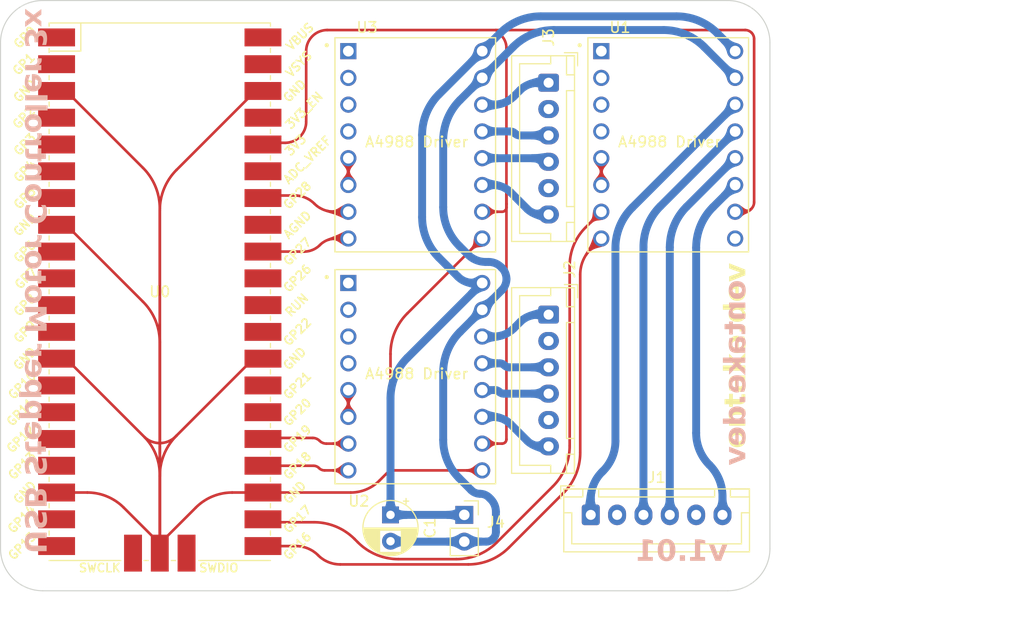
<source format=kicad_pcb>
(kicad_pcb (version 20221018) (generator pcbnew)

  (general
    (thickness 1.6)
  )

  (paper "A4")
  (layers
    (0 "F.Cu" signal)
    (31 "B.Cu" signal)
    (32 "B.Adhes" user "B.Adhesive")
    (33 "F.Adhes" user "F.Adhesive")
    (34 "B.Paste" user)
    (35 "F.Paste" user)
    (36 "B.SilkS" user "B.Silkscreen")
    (37 "F.SilkS" user "F.Silkscreen")
    (38 "B.Mask" user)
    (39 "F.Mask" user)
    (40 "Dwgs.User" user "User.Drawings")
    (41 "Cmts.User" user "User.Comments")
    (42 "Eco1.User" user "User.Eco1")
    (43 "Eco2.User" user "User.Eco2")
    (44 "Edge.Cuts" user)
    (45 "Margin" user)
    (46 "B.CrtYd" user "B.Courtyard")
    (47 "F.CrtYd" user "F.Courtyard")
    (48 "B.Fab" user)
    (49 "F.Fab" user)
    (50 "User.1" user)
    (51 "User.2" user)
    (52 "User.3" user)
    (53 "User.4" user)
    (54 "User.5" user)
    (55 "User.6" user)
    (56 "User.7" user)
    (57 "User.8" user)
    (58 "User.9" user)
  )

  (setup
    (stackup
      (layer "F.SilkS" (type "Top Silk Screen"))
      (layer "F.Paste" (type "Top Solder Paste"))
      (layer "F.Mask" (type "Top Solder Mask") (thickness 0.01))
      (layer "F.Cu" (type "copper") (thickness 0.035))
      (layer "dielectric 1" (type "core") (thickness 1.51) (material "FR4") (epsilon_r 4.5) (loss_tangent 0.02))
      (layer "B.Cu" (type "copper") (thickness 0.035))
      (layer "B.Mask" (type "Bottom Solder Mask") (thickness 0.01))
      (layer "B.Paste" (type "Bottom Solder Paste"))
      (layer "B.SilkS" (type "Bottom Silk Screen"))
      (copper_finish "None")
      (dielectric_constraints no)
    )
    (pad_to_mask_clearance 0)
    (pcbplotparams
      (layerselection 0x00010fc_ffffffff)
      (plot_on_all_layers_selection 0x0000000_00000000)
      (disableapertmacros false)
      (usegerberextensions false)
      (usegerberattributes true)
      (usegerberadvancedattributes true)
      (creategerberjobfile true)
      (dashed_line_dash_ratio 12.000000)
      (dashed_line_gap_ratio 3.000000)
      (svgprecision 4)
      (plotframeref false)
      (viasonmask false)
      (mode 1)
      (useauxorigin false)
      (hpglpennumber 1)
      (hpglpenspeed 20)
      (hpglpendiameter 15.000000)
      (dxfpolygonmode true)
      (dxfimperialunits true)
      (dxfusepcbnewfont true)
      (psnegative false)
      (psa4output false)
      (plotreference true)
      (plotvalue true)
      (plotinvisibletext false)
      (sketchpadsonfab false)
      (subtractmaskfromsilk false)
      (outputformat 1)
      (mirror false)
      (drillshape 1)
      (scaleselection 1)
      (outputdirectory "")
    )
  )

  (net 0 "")
  (net 1 "/VMOT")
  (net 2 "/MOTGND")
  (net 3 "Net-(J1-Pin_1)")
  (net 4 "unconnected-(J1-Pin_2-Pad2)")
  (net 5 "Net-(J1-Pin_3)")
  (net 6 "Net-(J1-Pin_4)")
  (net 7 "unconnected-(J1-Pin_5-Pad5)")
  (net 8 "Net-(J1-Pin_6)")
  (net 9 "Net-(J2-Pin_1)")
  (net 10 "unconnected-(J2-Pin_2-Pad2)")
  (net 11 "Net-(J2-Pin_3)")
  (net 12 "Net-(J2-Pin_4)")
  (net 13 "unconnected-(J2-Pin_5-Pad5)")
  (net 14 "Net-(J2-Pin_6)")
  (net 15 "unconnected-(U1-~{ENABLE}-Pad1)")
  (net 16 "unconnected-(U1-MS1-Pad2)")
  (net 17 "unconnected-(U1-MS2-Pad3)")
  (net 18 "unconnected-(U1-MS3-Pad4)")
  (net 19 "Net-(U1-~{RESET})")
  (net 20 "/GND")
  (net 21 "/5V")
  (net 22 "unconnected-(U2-~{ENABLE}-Pad1)")
  (net 23 "unconnected-(U2-MS1-Pad2)")
  (net 24 "unconnected-(U2-MS2-Pad3)")
  (net 25 "unconnected-(U2-MS3-Pad4)")
  (net 26 "Net-(U2-~{RESET})")
  (net 27 "/step")
  (net 28 "/dir")
  (net 29 "/dir2")
  (net 30 "/step2")
  (net 31 "Net-(J3-Pin_1)")
  (net 32 "unconnected-(J3-Pin_2-Pad2)")
  (net 33 "Net-(J3-Pin_3)")
  (net 34 "Net-(J3-Pin_4)")
  (net 35 "unconnected-(J3-Pin_5-Pad5)")
  (net 36 "Net-(J3-Pin_6)")
  (net 37 "unconnected-(U0-GPIO0-Pad1)")
  (net 38 "unconnected-(U0-GPIO1-Pad2)")
  (net 39 "unconnected-(U0-GPIO2-Pad4)")
  (net 40 "unconnected-(U0-GPIO3-Pad5)")
  (net 41 "unconnected-(U0-GPIO4-Pad6)")
  (net 42 "unconnected-(U0-GPIO5-Pad7)")
  (net 43 "unconnected-(U0-GPIO6-Pad9)")
  (net 44 "unconnected-(U0-GPIO7-Pad10)")
  (net 45 "unconnected-(U0-GPIO8-Pad11)")
  (net 46 "unconnected-(U0-GPIO9-Pad12)")
  (net 47 "unconnected-(U0-GPIO10-Pad14)")
  (net 48 "unconnected-(U0-GPIO11-Pad15)")
  (net 49 "unconnected-(U0-GPIO12-Pad16)")
  (net 50 "unconnected-(U0-GPIO13-Pad17)")
  (net 51 "unconnected-(U0-GPIO14-Pad19)")
  (net 52 "unconnected-(U0-GPIO15-Pad20)")
  (net 53 "unconnected-(U0-GPIO20-Pad26)")
  (net 54 "unconnected-(U0-RUN-Pad30)")
  (net 55 "unconnected-(U0-GPIO26_ADC0-Pad31)")
  (net 56 "unconnected-(U0-AGND-Pad33)")
  (net 57 "unconnected-(U0-ADC_VREF-Pad35)")
  (net 58 "unconnected-(U0-3V3_EN-Pad37)")
  (net 59 "unconnected-(U0-VSYS-Pad39)")
  (net 60 "unconnected-(U0-VBUS-Pad40)")
  (net 61 "unconnected-(U0-SWCLK-Pad41)")
  (net 62 "unconnected-(U0-SWDIO-Pad43)")
  (net 63 "unconnected-(U3-~{ENABLE}-Pad1)")
  (net 64 "unconnected-(U3-MS1-Pad2)")
  (net 65 "unconnected-(U3-MS2-Pad3)")
  (net 66 "unconnected-(U3-MS3-Pad4)")
  (net 67 "Net-(U3-~{RESET})")
  (net 68 "Net-(U0-GPIO16)")
  (net 69 "Net-(U0-GPIO17)")
  (net 70 "unconnected-(U0-GPIO21-Pad27)")
  (net 71 "unconnected-(U0-GPIO22-Pad29)")

  (footprint "Custom:MODULE_A4988_STEPPER_MOTOR_DRIVER_CARRIER" (layer "F.Cu") (at 107.35 65.19))

  (footprint "Connector_JST:JST_XH_B6B-XH-A_1x06_P2.50mm_Vertical" (layer "F.Cu") (at 124 100.3))

  (footprint "Connector_JST:JST_XH_B6B-XH-A_1x06_P2.50mm_Vertical" (layer "F.Cu") (at 120 59.3 -90))

  (footprint "Connector_PinSocket_2.54mm:PinSocket_1x02_P2.54mm_Vertical" (layer "F.Cu") (at 112 100.3))

  (footprint "Custom:MODULE_A4988_STEPPER_MOTOR_DRIVER_CARRIER" (layer "F.Cu") (at 107.35 87.19))

  (footprint "Connector_JST:JST_XH_B6B-XH-A_1x06_P2.50mm_Vertical" (layer "F.Cu") (at 120 81.3 -90))

  (footprint "MCU_RaspberryPi_and_Boards:RPi_Pico_SMD_TH" (layer "F.Cu") (at 83.11 79.13))

  (footprint "Capacitor_THT:CP_Radial_D5.0mm_P2.50mm" (layer "F.Cu") (at 105 100.3 -90))

  (footprint "Custom:MODULE_A4988_STEPPER_MOTOR_DRIVER_CARRIER" (layer "F.Cu") (at 131.35 65.19))

  (gr_arc (start 68 55.5) (mid 69.171573 52.671573) (end 72 51.5)
    (stroke (width 0.1) (type default)) (layer "Edge.Cuts") (tstamp 12ad9896-597b-4cba-b66b-3b324955b380))
  (gr_line (start 68 103.5) (end 68 55.5)
    (stroke (width 0.1) (type default)) (layer "Edge.Cuts") (tstamp 181b7b6d-b7e9-4bcf-afe8-9fceb52af433))
  (gr_arc (start 141 103.5) (mid 139.828427 106.328427) (end 137 107.5)
    (stroke (width 0.1) (type default)) (layer "Edge.Cuts") (tstamp 1aeff702-66e0-42af-a2b5-abe944e26971))
  (gr_arc (start 72 107.5) (mid 69.171573 106.328427) (end 68 103.5)
    (stroke (width 0.1) (type default)) (layer "Edge.Cuts") (tstamp 1c47d278-8aaf-4425-b86e-2c08719d16ff))
  (gr_arc (start 137 51.5) (mid 139.828427 52.671573) (end 141 55.5)
    (stroke (width 0.1) (type default)) (layer "Edge.Cuts") (tstamp 5629f91f-dc7c-45bf-80fe-7e3917c210f7))
  (gr_line (start 137 107.5) (end 72 107.5)
    (stroke (width 0.1) (type default)) (layer "Edge.Cuts") (tstamp 6ee98608-1333-42de-bea7-a2b0da394fe7))
  (gr_line (start 72 51.5) (end 137 51.5)
    (stroke (width 0.1) (type default)) (layer "Edge.Cuts") (tstamp d5e7271b-623a-4f8c-a075-16b07a5f7d22))
  (gr_line (start 141 55.5) (end 141 103.5)
    (stroke (width 0.1) (type default)) (layer "Edge.Cuts") (tstamp fec626a9-22ad-434c-b123-d227df318f3d))
  (gr_text "ontake.dev" (at 139 78 90) (layer "B.SilkS") (tstamp 12b93f4a-6dff-4390-8e53-6dc28162f282)
    (effects (font (face "Begika") (size 2 2) (thickness 0.3) bold) (justify left bottom mirror))
    (render_cache "ontake.dev" 90
      (polygon
        (pts
          (xy 137.96194 78.098655)          (xy 138.003551 78.101513)          (xy 138.044259 78.106241)          (xy 138.084032 78.112814)
          (xy 138.122838 78.121203)          (xy 138.160647 78.131381)          (xy 138.197427 78.143321)          (xy 138.233147 78.156994)
          (xy 138.267776 78.172374)          (xy 138.301282 78.189434)          (xy 138.333635 78.208145)          (xy 138.364802 78.22848)
          (xy 138.394754 78.250412)          (xy 138.423459 78.273913)          (xy 138.450884 78.298957)          (xy 138.477001 78.325514)
          (xy 138.501776 78.353559)          (xy 138.525179 78.383063)          (xy 138.547178 78.413999)          (xy 138.567743 78.446339)
          (xy 138.586843 78.480057)          (xy 138.604445 78.515124)          (xy 138.620519 78.551513)          (xy 138.635033 78.589197)
          (xy 138.647957 78.628149)          (xy 138.659259 78.66834)          (xy 138.668908 78.709743)          (xy 138.676872 78.752331)
          (xy 138.683121 78.796077)          (xy 138.687623 78.840953)          (xy 138.690348 78.886931)          (xy 138.691263 78.933984)
          (xy 138.690354 78.980298)          (xy 138.687648 79.025614)          (xy 138.683173 79.069901)          (xy 138.676956 79.113127)
          (xy 138.669027 79.155262)          (xy 138.659414 79.196274)          (xy 138.648144 79.236134)          (xy 138.635247 79.27481)
          (xy 138.620751 79.31227)          (xy 138.604683 79.348485)          (xy 138.587074 79.383423)          (xy 138.56795 79.417053)
          (xy 138.54734 79.449344)          (xy 138.525272 79.480265)          (xy 138.501776 79.509786)          (xy 138.476878 79.537875)
          (xy 138.450609 79.564501)          (xy 138.422995 79.589634)          (xy 138.394065 79.613242)          (xy 138.363848 79.635295)
          (xy 138.332372 79.655762)          (xy 138.299666 79.674611)          (xy 138.265757 79.691812)          (xy 138.230674 79.707333)
          (xy 138.194446 79.721145)          (xy 138.1571 79.733215)          (xy 138.118665 79.743513)          (xy 138.07917 79.752009)
          (xy 138.038643 79.75867)          (xy 137.997111 79.763466)          (xy 137.954605 79.766367)          (xy 137.911151 79.767341)
          (xy 137.867884 79.766374)          (xy 137.825573 79.763495)          (xy 137.784243 79.758735)          (xy 137.743924 79.752125)
          (xy 137.704641 79.743696)          (xy 137.666424 79.733479)          (xy 137.629298 79.721506)          (xy 137.593292 79.707807)
          (xy 137.558433 79.692413)          (xy 137.524748 79.675356)          (xy 137.492266 79.656667)          (xy 137.461012 79.636377)
          (xy 137.431016 79.614517)          (xy 137.402304 79.591118)          (xy 137.374904 79.566212)          (xy 137.348843 79.539829)
          (xy 137.324149 79.512)          (xy 137.300849 79.482757)          (xy 137.27897 79.452131)          (xy 137.258541 79.420153)
          (xy 137.239588 79.386854)          (xy 137.222139 79.352266)          (xy 137.206222 79.316418)          (xy 137.191863 79.279344)
          (xy 137.179091 79.241072)          (xy 137.167933 79.201636)          (xy 137.158416 79.161065)          (xy 137.150568 79.119391)
          (xy 137.144416 79.076646)          (xy 137.139988 79.032859)          (xy 137.137311 78.988063)          (xy 137.136413 78.942288)
          (xy 137.136471 78.939357)          (xy 137.226294 78.939357)          (xy 137.229282 78.96836)          (xy 137.238153 78.996139)
          (xy 137.252769 79.022606)          (xy 137.27299 79.047672)          (xy 137.298678 79.071246)          (xy 137.329695 79.093239)
          (xy 137.347157 79.103615)          (xy 137.3659 79.113562)          (xy 137.385905 79.12307)          (xy 137.407156 79.132126)
          (xy 137.429634 79.14072)          (xy 137.453323 79.148841)          (xy 137.478205 79.156477)          (xy 137.504263 79.163617)
          (xy 137.53148 79.170251)          (xy 137.559837 79.176366)          (xy 137.589319 79.181952)          (xy 137.619907 79.186997)
          (xy 137.651583 79.19149)          (xy 137.684332 79.195421)          (xy 137.718135 79.198778)          (xy 137.752975 79.201549)
          (xy 137.788835 79.203724)          (xy 137.825697 79.205292)          (xy 137.863544 79.20624)          (xy 137.902358 79.206559)
          (xy 137.941788 79.206232)          (xy 137.980286 79.205257)          (xy 138.017831 79.203645)          (xy 138.054404 79.201407)
          (xy 138.089983 79.198554)          (xy 138.124546 79.195096)          (xy 138.158072 79.191044)          (xy 138.190542 79.186409)
          (xy 138.221933 79.181202)          (xy 138.252225 79.175433)          (xy 138.281396 79.169112)          (xy 138.309426 79.162252)
          (xy 138.336294 79.154862)          (xy 138.361978 79.146953)          (xy 138.386457 79.138537)          (xy 138.409712 79.129623)
          (xy 138.431719 79.120222)          (xy 138.45246 79.110346)          (xy 138.471911 79.100004)          (xy 138.490053 79.089208)
          (xy 138.506865 79.077969)          (xy 138.536412 79.054201)          (xy 138.560385 79.028788)          (xy 138.578615 79.001816)
          (xy 138.590934 78.973369)          (xy 138.597174 78.943534)          (xy 138.597962 78.928122)          (xy 138.595015 78.898174)
          (xy 138.586271 78.869567)          (xy 138.571873 78.842382)          (xy 138.551968 78.816702)          (xy 138.526698 78.792607)
          (xy 138.49621 78.770179)          (xy 138.479054 78.759616)          (xy 138.460647 78.7495)          (xy 138.441007 78.739842)
          (xy 138.420153 78.730652)          (xy 138.398103 78.72194)          (xy 138.374874 78.713716)          (xy 138.350485 78.70599)
          (xy 138.324954 78.698773)          (xy 138.298298 78.692074)          (xy 138.270537 78.685905)          (xy 138.241687 78.680274)
          (xy 138.211768 78.675194)          (xy 138.180797 78.670672)          (xy 138.148792 78.666721)          (xy 138.115771 78.663349)
          (xy 138.081753 78.660568)          (xy 138.046755 78.658387)          (xy 138.010795 78.656816)          (xy 137.973892 78.655866)
          (xy 137.936064 78.655547)          (xy 137.897324 78.655876)          (xy 137.859346 78.656856)          (xy 137.822158 78.658478)
          (xy 137.785793 78.66073)          (xy 137.750281 78.663603)          (xy 137.715653 78.667088)          (xy 137.681939 78.671173)
          (xy 137.64917 78.67585)          (xy 137.617377 78.681108)          (xy 137.586591 78.686936)          (xy 137.556843 78.693326)
          (xy 137.528163 78.700267)          (xy 137.500582 78.707748)          (xy 137.474131 78.715761)          (xy 137.44884 78.724294)
          (xy 137.424741 78.733339)          (xy 137.401864 78.742884)          (xy 137.38024 78.75292)          (xy 137.3599 78.763437)
          (xy 137.340874 78.774425)          (xy 137.323194 78.785874)          (xy 137.306889 78.797773)          (xy 137.278531 78.822884)
          (xy 137.256047 78.849678)          (xy 137.239682 78.878075)          (xy 137.229682 78.907995)          (xy 137.226294 78.939357)
          (xy 137.136471 78.939357)          (xy 137.137336 78.895684)          (xy 137.140087 78.850049)          (xy 137.144633 78.805417)
          (xy 137.150945 78.761822)          (xy 137.158991 78.719296)          (xy 137.168741 78.677873)          (xy 137.180164 78.637587)
          (xy 137.19323 78.598471)          (xy 137.207906 78.560558)          (xy 137.224164 78.523883)          (xy 137.241971 78.488478)
          (xy 137.261297 78.454377)          (xy 137.282112 78.421613)          (xy 137.304384 78.390221)          (xy 137.328083 78.360232)
          (xy 137.353178 78.331681)          (xy 137.379639 78.304602)          (xy 137.407433 78.279027)          (xy 137.436532 78.25499)
          (xy 137.466904 78.232524)          (xy 137.498518 78.211664)          (xy 137.531343 78.192442)          (xy 137.565349 78.174892)
          (xy 137.600505 78.159047)          (xy 137.63678 78.144941)          (xy 137.674143 78.132608)          (xy 137.712564 78.12208)
          (xy 137.752011 78.113391)          (xy 137.792455 78.106575)          (xy 137.833864 78.101665)          (xy 137.876208 78.098694)
          (xy 137.919455 78.097697)
        )
      )
      (polygon
        (pts
          (xy 138.50173 81.11605)          (xy 138.524514 81.114395)          (xy 138.545793 81.109501)          (xy 138.565297 81.10147)
          (xy 138.582758 81.090404)          (xy 138.597906 81.076408)          (xy 138.610472 81.059584)          (xy 138.620187 81.040035)
          (xy 138.626782 81.017864)          (xy 138.66 80.938729)          (xy 138.66 81.854152)          (xy 138.626782 81.775017)
          (xy 138.620187 81.752846)          (xy 138.610472 81.733297)          (xy 138.597906 81.716473)          (xy 138.582758 81.702477)
          (xy 138.565297 81.691411)          (xy 138.545793 81.68338)          (xy 138.524514 81.678486)          (xy 138.50173 81.676831)
          (xy 137.617083 81.676831)          (xy 137.590776 81.676339)          (xy 137.564994 81.674863)          (xy 137.539757 81.672404)
          (xy 137.515084 81.668962)          (xy 137.490997 81.664539)          (xy 137.467516 81.659134)          (xy 137.44466 81.652749)
          (xy 137.422452 81.645385)          (xy 137.40091 81.637042)          (xy 137.380055 81.62772)          (xy 137.359908 81.617422)
          (xy 137.340489 81.606146)          (xy 137.321819 81.593894)          (xy 137.303917 81.580667)          (xy 137.286805 81.566466)
          (xy 137.270502 81.55129)          (xy 137.255029 81.535142)          (xy 137.240407 81.518021)          (xy 137.226656 81.499928)
          (xy 137.213796 81.480865)          (xy 137.201847 81.460831)          (xy 137.190831 81.439827)          (xy 137.180766 81.417855)
          (xy 137.171675 81.394914)          (xy 137.163577 81.371006)          (xy 137.156493 81.346131)          (xy 137.150442 81.320291)
          (xy 137.145446 81.293485)          (xy 137.141524 81.265714)          (xy 137.138698 81.23698)          (xy 137.136987 81.207282)
          (xy 137.136413 81.176622)          (xy 137.136834 81.150148)          (xy 137.138082 81.124043)          (xy 137.140134 81.098325)
          (xy 137.142966 81.073011)          (xy 137.146556 81.048119)          (xy 137.15088 81.023666)          (xy 137.155915 80.999668)
          (xy 137.161638 80.976144)          (xy 137.168026 80.953111)          (xy 137.175056 80.930587)          (xy 137.182703 80.908587)
          (xy 137.190947 80.887131)          (xy 137.199762 80.866235)          (xy 137.209126 80.845917)          (xy 137.219016 80.826194)
          (xy 137.229408 80.807083)          (xy 137.24028 80.788601)          (xy 137.251608 80.770767)          (xy 137.263369 80.753597)
          (xy 137.27554 80.737109)          (xy 137.288098 80.72132)          (xy 137.30102 80.706247)          (xy 137.327861 80.678321)
          (xy 137.355878 80.653468)          (xy 137.384887 80.631829)          (xy 137.414701 80.613541)          (xy 137.445136 80.598743)
          (xy 137.164256 80.598743)          (xy 137.164256 80.551849)          (xy 137.171518 80.532022)          (xy 137.17847 80.512626)
          (xy 137.185121 80.493609)          (xy 137.19148 80.47492)          (xy 137.203354 80.438325)          (xy 137.214158 80.402433)
          (xy 137.223961 80.36684)          (xy 137.232829 80.331137)          (xy 137.24083 80.29492)          (xy 137.248032 80.25778)
          (xy 137.2545 80.219313)          (xy 137.25748 80.199454)          (xy 137.260303 80.179111)          (xy 137.262976 80.158233)
          (xy 137.265508 80.136769)          (xy 137.267907 80.114667)          (xy 137.270181 80.091878)          (xy 137.27234 80.068351)
          (xy 137.274391 80.044034)          (xy 137.276344 80.018878)          (xy 137.278205 79.99283)          (xy 137.279984 79.965841)
          (xy 137.28169 79.937859)          (xy 137.283329 79.908835)          (xy 137.284912 79.878715)          (xy 137.315198 79.939288)
          (xy 137.321855 79.961886)          (xy 137.331448 79.981954)          (xy 137.343801 79.999343)          (xy 137.358735 80.013904)
          (xy 137.376073 80.025488)          (xy 137.395638 80.033947)          (xy 137.417253 80.039132)          (xy 137.440739 80.040893)
          (xy 138.50173 80.040893)          (xy 138.524374 80.039132)          (xy 138.545587 80.033955)          (xy 138.565083 80.025514)
          (xy 138.582575 80.013965)          (xy 138.597777 79.999462)          (xy 138.610403 79.98216)          (xy 138.620167 79.962213)
          (xy 138.626782 79.939776)          (xy 138.66 79.860642)          (xy 138.66 80.772644)          (xy 138.626782 80.69986)
          (xy 138.620167 80.677283)          (xy 138.610403 80.65727)          (xy 138.597777 80.639959)          (xy 138.582575 80.625488)
          (xy 138.565083 80.613993)          (xy 138.545587 80.605613)          (xy 138.524374 80.600484)          (xy 138.50173 80.598743)
          (xy 137.832505 80.598743)          (xy 137.806284 80.598877)          (xy 137.780662 80.599816)          (xy 137.755654 80.601538)
          (xy 137.731277 80.604024)          (xy 137.707544 80.607254)          (xy 137.684472 80.611208)          (xy 137.662075 80.615865)
          (xy 137.64037 80.621206)          (xy 137.61937 80.62721)          (xy 137.599092 80.633857)          (xy 137.579551 80.641128)
          (xy 137.560763 80.649001)          (xy 137.542741 80.657457)          (xy 137.509062 80.676037)          (xy 137.478636 80.696707)
          (xy 137.451585 80.719306)          (xy 137.428033 80.743673)          (xy 137.408101 80.769646)          (xy 137.391912 80.797065)
          (xy 137.379587 80.825769)          (xy 137.371251 80.855597)          (xy 137.367023 80.886387)          (xy 137.366489 80.902093)
          (xy 137.367993 80.927519)          (xy 137.37247 80.951398)          (xy 137.379875 80.973717)          (xy 137.390158 80.994463)
          (xy 137.403272 81.013623)          (xy 137.419169 81.031185)          (xy 137.4378 81.047135)          (xy 137.459118 81.061461)
          (xy 137.483076 81.07415)          (xy 137.509624 81.085189)          (xy 137.538716 81.094565)          (xy 137.570302 81.102265)
          (xy 137.604336 81.108277)          (xy 137.640769 81.112586)          (xy 137.679554 81.115182)          (xy 137.699813 81.115832)
          (xy 137.720642 81.11605)
        )
      )
      (polygon
        (pts
          (xy 137.21457 81.878576)          (xy 137.223878 81.898854)          (xy 137.236186 81.917059)          (xy 137.25115 81.932998)
          (xy 137.268426 81.946475)          (xy 137.287671 81.957297)          (xy 137.308543 81.965267)          (xy 137.330696 81.970192)
          (xy 137.353789 81.971877)          (xy 138.207662 81.971877)          (xy 138.2323 81.972233)          (xy 138.256643 81.973304)
          (xy 138.280659 81.975098)          (xy 138.304316 81.977619)          (xy 138.327582 81.980874)          (xy 138.350425 81.984869)
          (xy 138.372813 81.98961)          (xy 138.394714 81.995103)          (xy 138.416096 82.001353)          (xy 138.436927 82.008367)
          (xy 138.457176 82.016151)          (xy 138.476811 82.02471)          (xy 138.495799 82.034052)          (xy 138.514108 82.044181)
          (xy 138.531707 82.055104)          (xy 138.548564 82.066826)          (xy 138.564646 82.079354)          (xy 138.579923 82.092694)
          (xy 138.594361 82.106852)          (xy 138.607929 82.121833)          (xy 138.620595 82.137644)          (xy 138.632328 82.154291)
          (xy 138.643094 82.171779)          (xy 138.652863 82.190115)          (xy 138.661602 82.209305)          (xy 138.66928 82.229354)
          (xy 138.675864 82.250269)          (xy 138.681322 82.272056)          (xy 138.685623 82.29472)          (xy 138.688735 82.318268)
          (xy 138.690625 82.342705)          (xy 138.691263 82.368039)          (xy 138.689835 82.405965)          (xy 138.685518 82.44323)
          (xy 138.678263 82.479641)          (xy 138.668021 82.515004)          (xy 138.654742 82.549128)          (xy 138.638377 82.581821)
          (xy 138.618877 82.612889)          (xy 138.596191 82.64214)          (xy 138.570271 82.669382)          (xy 138.541068 82.694422)
          (xy 138.525219 82.706057)          (xy 138.508531 82.717068)          (xy 138.490997 82.727433)          (xy 138.472612 82.737128)
          (xy 138.453368 82.746127)          (xy 138.433261 82.754408)          (xy 138.412283 82.761945)          (xy 138.390429 82.768716)
          (xy 138.367692 82.774696)          (xy 138.344066 82.77986)          (xy 138.319546 82.784186)          (xy 138.294124 82.787648)
          (xy 138.309914 82.774884)          (xy 138.330141 82.756662)          (xy 138.346567 82.739578)          (xy 138.359587 82.723666)
          (xy 138.372327 82.704332)          (xy 138.382142 82.683301)          (xy 138.387361 82.662871)          (xy 138.388401 82.647941)
          (xy 138.386809 82.62716)          (xy 138.378766 82.600896)          (xy 138.364542 82.57998)          (xy 138.344818 82.563805)
          (xy 138.320276 82.55176)          (xy 138.301573 82.545725)          (xy 138.281233 82.541076)          (xy 138.259458 82.537631)
          (xy 138.23645 82.535211)          (xy 138.212409 82.533635)          (xy 138.187539 82.532724)          (xy 138.16204 82.532296)
          (xy 138.136115 82.532171)          (xy 138.109965 82.53217)          (xy 137.254626 82.53217)          (xy 137.254626 82.691905)
          (xy 137.167187 82.691905)          (xy 137.167187 82.53217)          (xy 136.72755 82.53217)          (xy 136.72755 82.470132)
          (xy 136.749656 82.469619)          (xy 136.771534 82.468066)          (xy 136.793155 82.465452)          (xy 136.814492 82.461755)
          (xy 136.835517 82.456955)          (xy 136.856201 82.451031)          (xy 136.876517 82.443961)          (xy 136.896436 82.435724)
          (xy 136.915932 82.4263)          (xy 136.934975 82.415666)          (xy 136.953537 82.403803)          (xy 136.971592 82.390688)
          (xy 136.98911 82.376301)          (xy 137.006063 82.360621)          (xy 137.022425 82.343626)          (xy 137.038166 82.325296)
          (xy 137.053259 82.305609)          (xy 137.067675 82.284544)          (xy 137.081388 82.262081)          (xy 137.094368 82.238197)
          (xy 137.106587 82.212872)          (xy 137.118019 82.186085)          (xy 137.128634 82.157814)          (xy 137.138405 82.128039)
          (xy 137.147303 82.096739)          (xy 137.155302 82.063892)          (xy 137.162372 82.029477)          (xy 137.168486 81.993473)
          (xy 137.173615 81.955859)          (xy 137.177733 81.916614)          (xy 137.18081 81.875717)          (xy 137.182819 81.833147)
        )
      )
      (polygon
        (pts
          (xy 138.298142 82.901634)          (xy 138.320721 82.903589)          (xy 138.342793 82.906818)          (xy 138.364343 82.911297)
          (xy 138.385353 82.917001)          (xy 138.40581 82.923906)          (xy 138.425697 82.931988)          (xy 138.444997 82.941223)
          (xy 138.463696 82.951586)          (xy 138.481777 82.963054)          (xy 138.499225 82.975601)          (xy 138.516023 82.989204)
          (xy 138.532156 83.003839)          (xy 138.547609 83.019481)          (xy 138.562364 83.036106)          (xy 138.576407 83.053689)
          (xy 138.589722 83.072207)          (xy 138.602292 83.091636)          (xy 138.614102 83.11195)          (xy 138.625137 83.133126)
          (xy 138.635379 83.15514)          (xy 138.644814 83.177967)          (xy 138.653426 83.201583)          (xy 138.661198 83.225964)
          (xy 138.668115 83.251086)          (xy 138.674161 83.276924)          (xy 138.679321 83.303454)          (xy 138.683578 83.330652)
          (xy 138.686916 83.358494)          (xy 138.68932 83.386955)          (xy 138.690774 83.416011)          (xy 138.691263 83.445638)
          (xy 138.691012 83.466802)          (xy 138.690273 83.48734)          (xy 138.689063 83.507258)          (xy 138.685303 83.545245)
          (xy 138.679873 83.580798)          (xy 138.672918 83.613949)          (xy 138.664581 83.644734)          (xy 138.655004 83.673184)
          (xy 138.644331 83.699334)          (xy 138.632705 83.723218)          (xy 138.620269 83.744869)          (xy 138.607166 83.764321)
          (xy 138.593539 83.781607)          (xy 138.579532 83.796761)          (xy 138.55812 83.815568)          (xy 138.538859 83.828309)
          (xy 138.549836 83.829107)          (xy 138.569001 83.833391)          (xy 138.592509 83.843126)          (xy 138.613255 83.857016)
          (xy 138.630775 83.874581)          (xy 138.644606 83.895341)          (xy 138.654284 83.918814)          (xy 138.658538 83.93791)
          (xy 138.66 83.95806)          (xy 138.66 84.50321)          (xy 138.600893 84.50321)          (xy 138.600893 84.484647)
          (xy 138.599136 84.462855)          (xy 138.593985 84.443393)          (xy 138.583043 84.422612)          (xy 138.567421 84.406095)
          (xy 138.547465 84.394189)          (xy 138.528613 84.388217)          (xy 138.507387 84.385596)          (xy 138.50173 84.385484)
          (xy 137.776329 84.385484)          (xy 137.739939 84.384801)          (xy 137.70442 84.38275)          (xy 137.669792 84.379327)
          (xy 137.636072 84.37453)          (xy 137.60328 84.368355)          (xy 137.571434 84.3608)          (xy 137.540552 84.351861)
          (xy 137.510654 84.341536)          (xy 137.481757 84.329821)          (xy 137.453881 84.316714)          (xy 137.427043 84.30221)
          (xy 137.401263 84.286309)          (xy 137.37656 84.269005)          (xy 137.352951 84.250296)          (xy 137.330456 84.23018)
          (xy 137.309092 84.208653)          (xy 137.28888 84.185711)          (xy 137.269836 84.161353)          (xy 137.25198 84.135575)
          (xy 137.235331 84.108374)          (xy 137.219907 84.079746)          (xy 137.205726 84.04969)          (xy 137.192808 84.018201)
          (xy 137.18117 83.985277)          (xy 137.170832 83.950915)          (xy 137.161812 83.915112)          (xy 137.154129 83.877864)
          (xy 137.1478 83.839169)          (xy 137.146377 83.827634)          (xy 137.716734 83.827634)          (xy 138.241367 83.827634)
          (xy 138.261315 83.827365)          (xy 138.299439 83.825254)          (xy 138.335181 83.821123)          (xy 138.36852 83.815071)
          (xy 138.399431 83.807192)          (xy 138.427892 83.797584)          (xy 138.45388 83.786344)          (xy 138.477372 83.773568)
          (xy 138.498345 83.759353)          (xy 138.516777 83.743794)          (xy 138.532644 83.72699)          (xy 138.545924 83.709036)
          (xy 138.556593 83.690029)          (xy 138.564629 83.670066)          (xy 138.570009 83.649243)          (xy 138.57271 83.627657)
          (xy 138.573049 83.616608)          (xy 138.572002 83.596819)          (xy 138.566561 83.569519)          (xy 138.556586 83.545083)
          (xy 138.542199 83.523513)          (xy 138.523524 83.504811)          (xy 138.500684 83.488979)          (xy 138.483204 83.480021)
          (xy 138.463964 83.47234)          (xy 138.443001 83.465937)          (xy 138.420351 83.460814)          (xy 138.39605 83.456971)
          (xy 138.370136 83.454407)          (xy 138.342644 83.453126)          (xy 138.328318 83.452965)          (xy 138.298637 83.453757)
          (xy 138.270106 83.456078)          (xy 138.242678 83.459846)          (xy 138.216307 83.464977)          (xy 138.190944 83.47139)
          (xy 138.166544 83.479002)          (xy 138.14306 83.487731)          (xy 138.120444 83.497494)          (xy 138.098651 83.508208)
          (xy 138.077633 83.519792)          (xy 138.057344 83.532163)          (xy 138.037736 83.545238)          (xy 138.018764 83.558934)
          (xy 138.00038 83.57317)          (xy 137.982538 83.587863)          (xy 137.96519 83.60293)          (xy 137.94829 83.61829)
          (xy 137.931791 83.633858)          (xy 137.915647 83.649554)          (xy 137.89981 83.665294)          (xy 137.884234 83.680997)
          (xy 137.868872 83.696579)          (xy 137.853677 83.711958)          (xy 137.838603 83.727052)          (xy 137.823603 83.741778)
          (xy 137.808629 83.756053)          (xy 137.793636 83.769796)          (xy 137.778576 83.782924)          (xy 137.763402 83.795354)
          (xy 137.732528 83.817792)          (xy 137.716734 83.827634)          (xy 137.146377 83.827634)          (xy 137.142846 83.799023)
          (xy 137.139284 83.757424)          (xy 137.137134 83.714368)          (xy 137.136413 83.669853)          (xy 137.136881 83.633562)
          (xy 137.138276 83.597981)          (xy 137.140582 83.56314)          (xy 137.143784 83.529066)          (xy 137.147867 83.49579)
          (xy 137.152815 83.463339)          (xy 137.158614 83.431744)          (xy 137.165249 83.401033)          (xy 137.172703 83.371235)
          (xy 137.180962 83.342379)          (xy 137.190011 83.314494)          (xy 137.199834 83.287609)          (xy 137.210416 83.261753)
          (xy 137.221742 83.236955)          (xy 137.233797 83.213244)          (xy 137.246566 83.190648)          (xy 137.260033 83.169198)
          (xy 137.274183 83.148922)          (xy 137.289002 83.129848)          (xy 137.304473 83.112006)          (xy 137.320581 83.095425)
          (xy 137.337312 83.080134)          (xy 137.35465 83.066161)          (xy 137.37258 83.053537)          (xy 137.391087 83.042289)
          (xy 137.410155 83.032446)          (xy 137.42977 83.024039)          (xy 137.449915 83.017095)          (xy 137.470577 83.011644)
          (xy 137.491739 83.007714)          (xy 137.513387 83.005335)          (xy 137.535505 83.004535)          (xy 137.564588 83.006007)
          (xy 137.591925 83.010284)          (xy 137.617496 83.017161)          (xy 137.641285 83.026433)          (xy 137.663274 83.037895)
          (xy 137.683445 83.051341)          (xy 137.70178 83.066566)          (xy 137.71826 83.083365)          (xy 137.732869 83.101531)
          (xy 137.745588 83.120861)          (xy 137.756399 83.141148)          (xy 137.765285 83.162187)          (xy 137.772227 83.183772)
          (xy 137.777208 83.205699)          (xy 137.780209 83.227762)          (xy 137.781214 83.249755)          (xy 137.779647 83.277781)
          (xy 137.774912 83.305539)          (xy 137.766959 83.332633)          (xy 137.755737 83.358668)          (xy 137.741195 83.383248)
          (xy 137.723283 83.405977)          (xy 137.709444 83.419905)          (xy 137.694069 83.432717)          (xy 137.677143 83.444295)
          (xy 137.658652 83.454522)          (xy 137.638581 83.463281)          (xy 137.616913 83.470454)          (xy 137.593635 83.475924)
          (xy 137.572597 83.470046)          (xy 137.552077 83.464954)          (xy 137.532087 83.460638)          (xy 137.512635 83.457087)
          (xy 137.475387 83.452242)          (xy 137.440411 83.45034)          (xy 137.407785 83.451299)          (xy 137.377586 83.455041)
          (xy 137.349894 83.461485)          (xy 137.324785 83.470551)          (xy 137.302338 83.482158)          (xy 137.282631 83.496227)
          (xy 137.265742 83.512677)          (xy 137.251749 83.531428)          (xy 137.240729 83.552401)          (xy 137.232762 83.575514)
          (xy 137.227924 83.600688)          (xy 137.226294 83.627843)          (xy 137.228212 83.656736)          (xy 137.233762 83.682539)
          (xy 137.242635 83.705435)          (xy 137.254527 83.725609)          (xy 137.269129 83.743244)          (xy 137.286134 83.758524)
          (xy 137.305237 83.771632)          (xy 137.326128 83.782754)          (xy 137.348503 83.792073)          (xy 137.372053 83.799772)
          (xy 137.396471 83.806036)          (xy 137.421452 83.811048)          (xy 137.446687 83.814993)          (xy 137.47187 83.818054)
          (xy 137.496693 83.820415)          (xy 137.520851 83.82226)          (xy 137.551535 83.813687)          (xy 137.579961 83.800805)
          (xy 137.606308 83.783916)          (xy 137.630756 83.76332)          (xy 137.653486 83.739317)          (xy 137.674677 83.712207)
          (xy 137.694509 83.682292)          (xy 137.713162 83.649871)          (xy 137.730816 83.615244)          (xy 137.747651 83.578713)
          (xy 137.763847 83.540577)          (xy 137.779584 83.501136)          (xy 137.795042 83.460692)          (xy 137.810401 83.419544)
          (xy 137.825841 83.377993)          (xy 137.841542 83.336339)          (xy 137.857683 83.294883)          (xy 137.874445 83.253924)
          (xy 137.892008 83.213764)          (xy 137.910552 83.174702)          (xy 137.930256 83.137039)          (xy 137.951301 83.101076)
          (xy 137.973866 83.067111)          (xy 137.998132 83.035447)          (xy 138.024278 83.006384)          (xy 138.052485 82.980221)
          (xy 138.082932 82.957259)          (xy 138.1158 82.937798)          (xy 138.151268 82.922139)          (xy 138.189516 82.910582)
          (xy 138.230724 82.903428)          (xy 138.275073 82.900976)
        )
      )
      (polygon
        (pts
          (xy 138.626782 85.401046)          (xy 138.620167 85.378609)          (xy 138.610403 85.358662)          (xy 138.597777 85.34136)
          (xy 138.582575 85.326857)          (xy 138.565083 85.315308)          (xy 138.545587 85.306868)          (xy 138.524374 85.30169)
          (xy 138.50173 85.29993)          (xy 138.107034 85.29993)          (xy 137.9727 85.415701)          (xy 137.960012 85.432657)
          (xy 137.948838 85.448931)          (xy 137.936193 85.469635)          (xy 137.925997 85.489285)          (xy 137.918115 85.507973)
          (xy 137.911304 85.530121)          (xy 137.907625 85.551088)          (xy 137.906755 85.567131)          (xy 137.908477 85.586794)
          (xy 137.917248 85.613483)          (xy 137.932919 85.636901)          (xy 137.946909 85.650749)          (xy 137.96353 85.663225)
          (xy 137.982606 85.674359)          (xy 138.003963 85.684185)          (xy 138.027427 85.692734)          (xy 138.052823 85.700039)
          (xy 138.079977 85.706131)          (xy 138.108713 85.711044)          (xy 138.138857 85.714809)          (xy 138.170235 85.717458)
          (xy 138.202672 85.719024)          (xy 138.235994 85.719539)          (xy 138.262095 85.719889)          (xy 138.287365 85.720933)
          (xy 138.311806 85.722661)          (xy 138.335417 85.725062)          (xy 138.358198 85.728126)          (xy 138.38015 85.731843)
          (xy 138.401272 85.736202)          (xy 138.421565 85.741193)          (xy 138.441029 85.746805)          (xy 138.459663 85.75303)
          (xy 138.494444 85.767272)          (xy 138.525909 85.783837)          (xy 138.554059 85.802643)          (xy 138.578895 85.823606)
          (xy 138.600417 85.846645)          (xy 138.618626 85.871678)          (xy 138.633522 85.898622)          (xy 138.645107 85.927395)
          (xy 138.653381 85.957915)          (xy 138.658345 85.990099)          (xy 138.66 86.023866)          (xy 138.66 86.516259)
          (xy 138.626782 86.437124)          (xy 138.618009 86.410045)          (xy 138.603527 86.385198)          (xy 138.590718 86.369919)
          (xy 138.5754 86.355703)          (xy 138.557583 86.342577)          (xy 138.537276 86.330568)          (xy 138.514492 86.319705)
          (xy 138.48924 86.310015)          (xy 138.461532 86.301527)          (xy 138.431378 86.294268)          (xy 138.398789 86.288266)
          (xy 138.363776 86.283549)          (xy 138.326349 86.280146)          (xy 138.306734 86.278945)          (xy 138.28652 86.278083)
          (xy 138.265707 86.277564)          (xy 138.244298 86.27739)          (xy 138.217287 86.277104)          (xy 138.190414 86.27624)
          (xy 138.163727 86.274784)          (xy 138.137273 86.272724)          (xy 138.111099 86.270048)          (xy 138.085253 86.266744)
          (xy 138.059781 86.262799)          (xy 138.03473 86.258201)          (xy 138.010148 86.252938)          (xy 137.986082 86.246996)
          (xy 137.962579 86.240365)          (xy 137.939686 86.233031)          (xy 137.917451 86.224982)          (xy 137.895919 86.216206)
          (xy 137.875139 86.20669)          (xy 137.855158 86.196423)          (xy 137.836023 86.185391)          (xy 137.81778 86.173583)
          (xy 137.800478 86.160986)          (xy 137.784163 86.147588)          (xy 137.768882 86.133376)          (xy 137.754682 86.118338)
          (xy 137.741612 86.102462)          (xy 137.729717 86.085735)          (xy 137.719044 86.068146)          (xy 137.709642 86.049681)
          (xy 137.701557 86.030328)          (xy 137.694837 86.010075)          (xy 137.689527 85.98891)          (xy 137.685677 85.966821)
          (xy 137.683332 85.943794)          (xy 137.68254 85.919818)          (xy 137.683189 85.897368)          (xy 137.68517 85.874169)
          (xy 137.688532 85.85023)          (xy 137.693324 85.825556)          (xy 137.699597 85.800155)          (xy 137.707398 85.774034)
          (xy 137.716778 85.7472)          (xy 137.727786 85.719661)          (xy 137.740471 85.691424)          (xy 137.754882 85.662495)
          (xy 137.77107 85.632882)          (xy 137.789083 85.602592)          (xy 137.808971 85.571633)          (xy 137.830783 85.540011)
          (xy 137.842426 85.523954)          (xy 137.854568 85.507733)          (xy 137.867216 85.491351)          (xy 137.880376 85.474808)
          (xy 137.658115 85.688276)          (xy 137.635503 85.708223)          (xy 137.612614 85.729337)          (xy 137.589547 85.751502)
          (xy 137.566402 85.7746)          (xy 137.543281 85.798518)          (xy 137.520282 85.823138)          (xy 137.497507 85.848345)
          (xy 137.475055 85.874023)          (xy 137.453027 85.900055)          (xy 137.431523 85.926327)          (xy 137.410642 85.952721)
          (xy 137.390486 85.979123)          (xy 137.371154 86.005416)          (xy 137.352747 86.031485)          (xy 137.335364 86.057213)
          (xy 137.319106 86.082484)          (xy 137.164256 86.343824)          (xy 137.164256 85.721004)          (xy 137.196905 85.723439)
          (xy 137.229575 85.724181)          (xy 137.262175 85.723278)          (xy 137.294613 85.720775)          (xy 137.326796 85.716722)
          (xy 137.358633 85.711164)          (xy 137.390029 85.704149)          (xy 137.420894 85.695725)          (xy 137.451136 85.685939)
          (xy 137.480661 85.674837)          (xy 137.509377 85.662467)          (xy 137.537192 85.648876)          (xy 137.564014 85.634112)
          (xy 137.589751 85.618222)          (xy 137.61431 85.601253)          (xy 137.637599 85.583251)          (xy 137.964396 85.29993)
          (xy 136.57905 85.29993)          (xy 136.57905 85.253524)          (xy 136.586304 85.233696)          (xy 136.593232 85.214296)
          (xy 136.599846 85.195276)          (xy 136.606155 85.176584)          (xy 136.6179 85.13999)          (xy 136.628548 85.104116)
          (xy 136.63818 85.068565)          (xy 136.646876 85.032941)          (xy 136.654719 84.996846)          (xy 136.661788 84.959883)
          (xy 136.668164 84.921654)          (xy 136.671118 84.901942)          (xy 136.673928 84.881764)          (xy 136.676606 84.861071)
          (xy 136.679162 84.839814)          (xy 136.681605 84.817943)          (xy 136.683945 84.795408)          (xy 136.686193 84.77216)
          (xy 136.688359 84.748148)          (xy 136.690453 84.723324)          (xy 136.692485 84.697637)          (xy 136.694465 84.671039)
          (xy 136.696403 84.643479)          (xy 136.69831 84.614907)          (xy 136.700195 84.585275)          (xy 136.729993 84.640474)
          (xy 136.736768 84.663233)          (xy 136.746647 84.683423)          (xy 136.759342 84.700898)          (xy 136.774567 84.715518)
          (xy 136.792036 84.727137)          (xy 136.811463 84.735614)          (xy 136.832561 84.740805)          (xy 136.855045 84.742568)
          (xy 138.50173 84.742568)          (xy 138.524374 84.740806)          (xy 138.545587 84.735622)          (xy 138.565083 84.727163)
          (xy 138.582575 84.715579)          (xy 138.597777 84.701018)          (xy 138.610403 84.683629)          (xy 138.620167 84.663561)
          (xy 138.626782 84.640963)          (xy 138.66 84.568178)          (xy 138.66 85.480181)
        )
      )
      (polygon
        (pts
          (xy 137.95661 86.506518)          (xy 137.998721 86.509506)          (xy 138.039896 86.514431)          (xy 138.080105 86.521249)
          (xy 138.119317 86.529915)          (xy 138.157503 86.540385)          (xy 138.194632 86.552614)          (xy 138.230674 86.566558)
          (xy 138.265599 86.582172)          (xy 138.299377 86.599411)          (xy 138.331978 86.618232)          (xy 138.363371 86.638589)
          (xy 138.393527 86.660437)          (xy 138.422415 86.683734)          (xy 138.450006 86.708433)          (xy 138.476268 86.73449)
          (xy 138.501172 86.761861)          (xy 138.524688 86.790502)          (xy 138.546785 86.820367)          (xy 138.567434 86.851412)
          (xy 138.586605 86.883593)          (xy 138.604266 86.916864)          (xy 138.620388 86.951183)          (xy 138.634942 86.986503)
          (xy 138.647896 87.022781)          (xy 138.65922 87.059971)          (xy 138.668885 87.09803)          (xy 138.676861 87.136913)
          (xy 138.683116 87.176574)          (xy 138.687622 87.216971)          (xy 138.690347 87.258058)          (xy 138.691263 87.29979)
          (xy 138.690435 87.339096)          (xy 138.687963 87.377592)          (xy 138.683861 87.415255)          (xy 138.678146 87.452065)
          (xy 138.670832 87.488001)          (xy 138.661935 87.523042)          (xy 138.65147 87.557167)          (xy 138.639453 87.590355)
          (xy 138.625898 87.622585)          (xy 138.610822 87.653836)          (xy 138.59424 87.684086)          (xy 138.576167 87.713315)
          (xy 138.556618 87.741502)          (xy 138.53561 87.768626)          (xy 138.513156 87.794666)          (xy 138.489274 87.8196)
          (xy 138.463977 87.843408)          (xy 138.437282 87.866069)          (xy 138.409204 87.887561)          (xy 138.379758 87.907864)
          (xy 138.348959 87.926957)          (xy 138.316824 87.944818)          (xy 138.283366 87.961427)          (xy 138.248603 87.976763)
          (xy 138.212549 87.990804)          (xy 138.175219 88.003529)          (xy 138.136629 88.014918)          (xy 138.096795 88.02495)
          (xy 138.055731 88.033603)          (xy 138.013453 88.040857)          (xy 137.969977 88.04669)          (xy 137.925317 88.051081)
          (xy 137.945154 88.038005)          (xy 137.964363 88.0247)          (xy 137.982946 88.011167)          (xy 138.000901 87.997409)
          (xy 138.018228 87.983427)          (xy 138.034928 87.969224)          (xy 138.051 87.954803)          (xy 138.066444 87.940164)
          (xy 138.081259 87.925311)          (xy 138.095446 87.910246)          (xy 138.109005 87.89497)          (xy 138.121934 87.879485)
          (xy 138.134235 87.863795)          (xy 138.145907 87.847901)          (xy 138.167362 87.815509)          (xy 138.186298 87.782327)
          (xy 138.202714 87.748373)          (xy 138.216608 87.713663)          (xy 138.22798 87.678214)          (xy 138.236827 87.642044)
          (xy 138.243148 87.60517)          (xy 138.246941 87.567609)          (xy 138.248206 87.529378)          (xy 138.247003 87.491615)
          (xy 138.24344 87.455285)          (xy 138.23758 87.420427)          (xy 138.229491 87.387076)          (xy 138.219238 87.355272)
          (xy 138.206887 87.32505)          (xy 138.192504 87.296449)          (xy 138.176154 87.269504)          (xy 138.157904 87.244254)
          (xy 138.13782 87.220736)          (xy 138.115966 87.198986)          (xy 138.09241 87.179043)          (xy 138.067216 87.160942)
          (xy 138.040451 87.144723)          (xy 138.01218 87.130421)          (xy 137.98247 87.118073)          (xy 137.988509 87.139062)
          (xy 137.994169 87.16041)          (xy 137.999448 87.182067)          (xy 138.004345 87.203978)          (xy 138.008858 87.226093)
          (xy 138.012987 87.248359)          (xy 138.016729 87.270723)          (xy 138.020083 87.293135)          (xy 138.023048 87.31554)
          (xy 138.025623 87.337887)          (xy 138.027805 87.360124)          (xy 138.029593 87.382199)          (xy 138.030987 87.404059)
          (xy 138.031984 87.425652)          (xy 138.032584 87.446927)          (xy 138.032784 87.467829)          (xy 138.032262 87.499229)
          (xy 138.030711 87.529767)          (xy 138.028151 87.559435)          (xy 138.024603 87.588223)          (xy 138.020088 87.616122)
          (xy 138.014626 87.643125)          (xy 138.00824 87.669221)          (xy 138.000948 87.694403)          (xy 137.992773 87.71866)
          (xy 137.983736 87.741985)          (xy 137.973856 87.764369)          (xy 137.963155 87.785802)          (xy 137.951653 87.806276)
          (xy 137.939372 87.825782)          (xy 137.926333 87.844311)          (xy 137.912555 87.861854)          (xy 137.898061 87.878403)
          (xy 137.88287 87.893948)          (xy 137.867005 87.908481)          (xy 137.850484 87.921992)          (xy 137.83333 87.934474)
          (xy 137.815564 87.945916)          (xy 137.797205 87.956311)          (xy 137.778275 87.96565)          (xy 137.758795 87.973922)
          (xy 137.738786 87.981121)          (xy 137.718268 87.987236)          (xy 137.697262 87.99226)          (xy 137.675789 87.996182)
          (xy 137.653871 87.998995)          (xy 137.631527 88.000689)          (xy 137.608778 88.001256)          (xy 137.582582 88.000483)
          (xy 137.556944 87.998183)          (xy 137.531884 87.994381)          (xy 137.507418 87.989105)          (xy 137.483564 87.98238)
          (xy 137.460341 87.974233)          (xy 137.437766 87.964692)          (xy 137.415857 87.953781)          (xy 137.394632 87.941528)
          (xy 137.37411 87.927959)          (xy 137.354307 87.913101)          (xy 137.335242 87.896979)          (xy 137.316932 87.879621)
          (xy 137.299396 87.861054)          (xy 137.282651 87.841302)          (xy 137.266716 87.820394)          (xy 137.251608 87.798355)
          (xy 137.237345 87.775212)          (xy 137.223945 87.750991)          (xy 137.211426 87.725719)          (xy 137.199805 87.699423)
          (xy 137.189101 87.672128)          (xy 137.179332 87.643861)          (xy 137.170515 87.61465)          (xy 137.162668 87.584519)
          (xy 137.15581 87.553496)          (xy 137.149957 87.521608)          (xy 137.145129 87.48888)          (xy 137.141342 87.455339)
          (xy 137.138616 87.421012)          (xy 137.136966 87.385925)          (xy 137.136413 87.350104)          (xy 137.137328 87.303543)
          (xy 137.137406 87.302233)          (xy 137.226294 87.302233)          (xy 137.227538 87.323207)          (xy 137.231188 87.343297)
          (xy 137.237124 87.362411)          (xy 137.245227 87.380455)          (xy 137.255374 87.397339)          (xy 137.267446 87.41297)
          (xy 137.281321 87.427257)          (xy 137.29688 87.440108)          (xy 137.314002 87.45143)          (xy 137.332566 87.461131)
          (xy 137.352451 87.46912)          (xy 137.373538 87.475305)          (xy 137.395705 87.479594)          (xy 137.418832 87.481895)
          (xy 137.442799 87.482115)          (xy 137.467484 87.480163)          (xy 137.492767 87.475948)          (xy 137.518528 87.469376)
          (xy 137.544646 87.460357)          (xy 137.571001 87.448797)          (xy 137.597471 87.434606)          (xy 137.623937 87.417691)
          (xy 137.650278 87.397961)          (xy 137.676372 87.375322)          (xy 137.702101 87.349684)          (xy 137.727342 87.320955)
          (xy 137.751976 87.289042)          (xy 137.775882 87.253853)          (xy 137.79894 87.215298)          (xy 137.821028 87.173282)
          (xy 137.842026 87.127716)          (xy 137.861814 87.078506)          (xy 137.838928 87.074252)          (xy 137.818746 87.071328)
          (xy 137.797009 87.068842)          (xy 137.773821 87.066804)          (xy 137.749285 87.065228)          (xy 137.723504 87.064124)
          (xy 137.703413 87.063613)          (xy 137.682723 87.063379)          (xy 137.675701 87.063363)          (xy 137.650387 87.063638)
          (xy 137.625654 87.064457)          (xy 137.601518 87.065813)          (xy 137.577991 87.067696)          (xy 137.55509 87.0701)
          (xy 137.532828 87.073017)          (xy 137.511221 87.076437)          (xy 137.490282 87.080353)          (xy 137.470027 87.084758)
          (xy 137.45047 87.089642)          (xy 137.431625 87.094998)          (xy 137.396131 87.107094)          (xy 137.363662 87.120981)
          (xy 137.334335 87.136595)          (xy 137.308266 87.15387)          (xy 137.285572 87.172744)          (xy 137.26637 87.193151)
          (xy 137.250775 87.215027)          (xy 137.238906 87.238308)          (xy 137.230878 87.262929)          (xy 137.226808 87.288826)
          (xy 137.226294 87.302233)          (xy 137.137406 87.302233)          (xy 137.140053 87.257946)          (xy 137.144558 87.213346)
          (xy 137.150813 87.169778)          (xy 137.158788 87.127274)          (xy 137.168452 87.08587)          (xy 137.179774 87.045598)
          (xy 137.192726 87.006493)          (xy 137.207276 86.968587)          (xy 137.223394 86.931915)          (xy 137.241051 86.896511)
          (xy 137.260215 86.862408)          (xy 137.280857 86.829639)          (xy 137.302946 86.798239)          (xy 137.326453 86.768242)
          (xy 137.351346 86.73968)          (xy 137.377596 86.712588)          (xy 137.405173 86.687)          (xy 137.434046 86.662949)
          (xy 137.464185 86.640469)          (xy 137.495559 86.619593)          (xy 137.528139 86.600356)          (xy 137.561895 86.582791)
          (xy 137.596795 86.566932)          (xy 137.63281 86.552812)          (xy 137.66991 86.540465)          (xy 137.708065 86.529926)
          (xy 137.747243 86.521227)          (xy 137.787415 86.514402)          (xy 137.828551 86.509486)          (xy 137.870621 86.506511)
          (xy 137.913593 86.505512)
        )
      )
      (polygon
        (pts
          (xy 138.375701 88.198115)          (xy 138.407098 88.19977)          (xy 138.437786 88.204622)          (xy 138.467585 88.212502)
          (xy 138.496311 88.223242)          (xy 138.523784 88.236672)          (xy 138.549821 88.252623)          (xy 138.574241 88.270928)
          (xy 138.596863 88.291416)          (xy 138.617503 88.313919)          (xy 138.635982 88.338269)          (xy 138.652116 88.364295)
          (xy 138.665724 88.39183)          (xy 138.676624 88.420705)          (xy 138.684636 88.45075)          (xy 138.689576 88.481797)
          (xy 138.691263 88.513677)          (xy 138.689576 88.545471)          (xy 138.684636 88.576443)          (xy 138.676624 88.606423)
          (xy 138.665724 88.635241)          (xy 138.652116 88.662729)          (xy 138.635982 88.688716)          (xy 138.617503 88.713033)
          (xy 138.596863 88.735511)          (xy 138.574241 88.755979)          (xy 138.549821 88.774268)          (xy 138.523784 88.790209)
          (xy 138.496311 88.803632)          (xy 138.467585 88.814367)          (xy 138.437786 88.822245)          (xy 138.407098 88.827096)
          (xy 138.375701 88.82875)          (xy 138.343391 88.827096)          (xy 138.311968 88.822245)          (xy 138.281596 88.814367)
          (xy 138.252442 88.803632)          (xy 138.22467 88.790209)          (xy 138.198446 88.774268)          (xy 138.173935 88.755979)
          (xy 138.151303 88.735511)          (xy 138.130714 88.713033)          (xy 138.112334 88.688716)          (xy 138.096328 88.662729)
          (xy 138.082861 88.635241)          (xy 138.0721 88.606423)          (xy 138.064208 88.576443)          (xy 138.059352 88.545471)
          (xy 138.057697 88.513677)          (xy 138.059352 88.481797)          (xy 138.064208 88.45075)          (xy 138.0721 88.420705)
          (xy 138.082861 88.39183)          (xy 138.096328 88.364295)          (xy 138.112334 88.338269)          (xy 138.130714 88.313919)
          (xy 138.151303 88.291416)          (xy 138.173935 88.270928)          (xy 138.198446 88.252623)          (xy 138.22467 88.236672)
          (xy 138.252442 88.223242)          (xy 138.281596 88.212502)          (xy 138.311968 88.204622)          (xy 138.343391 88.19977)
        )
      )
      (polygon
        (pts
          (xy 137.947427 88.994111)          (xy 137.98882 88.996313)          (xy 138.029428 88.999946)          (xy 138.069212 89.004982)
          (xy 138.108135 89.01139)          (xy 138.146156 89.01914)          (xy 138.183237 89.028202)          (xy 138.21934 89.038547)
          (xy 138.254425 89.050145)          (xy 138.288453 89.062967)          (xy 138.321387 89.076981)          (xy 138.353187 89.09216)
          (xy 138.383813 89.108472)          (xy 138.413229 89.125888)          (xy 138.441393 89.144378)          (xy 138.468269 89.163913)
          (xy 138.493816 89.184462)          (xy 138.517997 89.205996)          (xy 138.540772 89.228486)          (xy 138.562102 89.2519)
          (xy 138.581949 89.27621)          (xy 138.600274 89.301386)          (xy 138.617038 89.327398)          (xy 138.632202 89.354216)
          (xy 138.645727 89.38181)          (xy 138.657575 89.410151)          (xy 138.667707 89.439209)          (xy 138.676083 89.468954)
          (xy 138.682666 89.499356)          (xy 138.687416 89.530385)          (xy 138.690294 89.562012)          (xy 138.691263 89.594207)
          (xy 138.690843 89.615119)          (xy 138.689592 89.635714)          (xy 138.687518 89.655984)          (xy 138.68463 89.675919)
          (xy 138.680938 89.69551)          (xy 138.676451 89.714746)          (xy 138.671178 89.733619)          (xy 138.658312 89.770235)
          (xy 138.642416 89.805281)          (xy 138.623563 89.838682)          (xy 138.601827 89.870359)          (xy 138.577284 89.900238)
          (xy 138.550007 89.92824)          (xy 138.535367 89.941514)          (xy 138.520071 89.95429)          (xy 138.50413 89.966559)
          (xy 138.487551 89.978312)          (xy 138.470345 89.989537)          (xy 138.452521 90.000227)          (xy 138.434087 90.010372)
          (xy 138.415054 90.019961)          (xy 138.395431 90.028985)          (xy 138.375227 90.037436)          (xy 138.354451 90.045302)
          (xy 138.333112 90.052576)          (xy 138.311221 90.059246)          (xy 138.529574 90.043614)          (xy 138.549836 90.045076)
          (xy 138.569001 90.04933)          (xy 138.592509 90.059008)          (xy 138.613255 90.072839)          (xy 138.630775 90.090359)
          (xy 138.644606 90.111105)          (xy 138.654284 90.134613)          (xy 138.658538 90.153778)          (xy 138.66 90.17404)
          (xy 138.66 90.775366)          (xy 138.626782 90.702581)          (xy 138.620167 90.680004)          (xy 138.610403 90.659992)
          (xy 138.597777 90.642681)          (xy 138.582575 90.62821)          (xy 138.565083 90.616715)          (xy 138.545587 90.608334)
          (xy 138.524374 90.603205)          (xy 138.50173 90.601465)          (xy 136.57905 90.601465)          (xy 136.57905 90.55457)
          (xy 136.586311 90.534965)          (xy 136.593259 90.515772)          (xy 136.599904 90.496937)          (xy 136.606256 90.478405)
          (xy 136.618112 90.442034)          (xy 136.628899 90.406223)          (xy 136.638687 90.370539)          (xy 136.647546 90.334546)
          (xy 136.655549 90.297808)          (xy 136.662765 90.259891)          (xy 136.6661 90.240355)          (xy 136.669265 90.22036)
          (xy 136.672269 90.199853)          (xy 136.675121 90.17878)          (xy 136.677829 90.157085)          (xy 136.680403 90.134715)
          (xy 136.682851 90.111615)          (xy 136.685182 90.087731)          (xy 136.687405 90.063008)          (xy 136.689528 90.037392)
          (xy 136.691562 90.010829)          (xy 136.693514 89.983263)          (xy 136.695393 89.954642)          (xy 136.697208 89.92491)
          (xy 136.698969 89.894014)          (xy 136.700683 89.861898)          (xy 136.730481 89.945429)          (xy 136.736975 89.96774)
          (xy 136.746441 89.987354)          (xy 136.758688 90.004187)          (xy 136.773529 90.018152)          (xy 136.790774 90.029163)
          (xy 136.810234 90.037134)          (xy 136.831721 90.04198)          (xy 136.855045 90.043614)          (xy 137.524759 90.059246)
          (xy 137.50207 90.052276)          (xy 137.479986 90.044655)          (xy 137.458516 90.036397)          (xy 137.437667 90.027516)
          (xy 137.417446 90.018025)          (xy 137.397861 90.007937)          (xy 137.378919 89.997267)          (xy 137.360628 89.986026)
          (xy 137.342995 89.97423)          (xy 137.326028 89.961892)          (xy 137.309734 89.949024)          (xy 137.294121 89.935641)
          (xy 137.279196 89.921756)          (xy 137.264968 89.907382)          (xy 137.251443 89.892534)          (xy 137.238628 89.877224)
          (xy 137.226532 89.861466)          (xy 137.215162 89.845274)          (xy 137.204526 89.828661)          (xy 137.19463 89.81164)
          (xy 137.185483 89.794225)          (xy 137.179618 89.781786)          (xy 137.344019 89.781786)          (xy 137.34675 89.807062)
          (xy 137.354739 89.831705)          (xy 137.36768 89.855595)          (xy 137.385266 89.878613)          (xy 137.407191 89.900641)
          (xy 137.433149 89.92156)          (xy 137.462833 89.941251)          (xy 137.495938 89.959595)          (xy 137.513677 89.968225)
          (xy 137.532157 89.976474)          (xy 137.551339 89.984326)          (xy 137.571184 89.991768)          (xy 137.591655 89.998784)
          (xy 137.612712 90.00536)          (xy 137.634319 90.01148)          (xy 137.656436 90.017129)          (xy 137.679026 90.022294)
          (xy 137.702049 90.026958)          (xy 137.725468 90.031108)          (xy 137.749245 90.034728)          (xy 137.77334 90.037804)
          (xy 137.797717 90.04032)          (xy 137.822336 90.042262)          (xy 137.847159 90.043614)          (xy 137.991751 90.043614)
          (xy 138.017228 90.042027)          (xy 138.04235 90.03993)          (xy 138.067086 90.037332)          (xy 138.091406 90.034244)
          (xy 138.115281 90.030677)          (xy 138.138682 90.02664)          (xy 138.161578 90.022143)          (xy 138.18394 90.017198)
          (xy 138.205738 90.011814)          (xy 138.226942 90.006002)          (xy 138.247523 89.999771)          (xy 138.267452 89.993133)
          (xy 138.286697 89.986098)          (xy 138.305231 89.978675)          (xy 138.340041 89.962709)          (xy 138.371646 89.945317)
          (xy 138.399808 89.926583)          (xy 138.424289 89.906587)          (xy 138.444852 89.885414)          (xy 138.461259 89.863144)
          (xy 138.473272 89.839859)          (xy 138.480654 89.815644)          (xy 138.483168 89.790579)          (xy 138.480549 89.765592)
          (xy 138.472794 89.741445)          (xy 138.460058 89.718244)          (xy 138.442494 89.696095)          (xy 138.420255 89.675105)
          (xy 138.393497 89.655382)          (xy 138.362373 89.63703)          (xy 138.327035 89.620158)          (xy 138.307835 89.61231)
          (xy 138.28764 89.604872)          (xy 138.266468 89.597856)          (xy 138.244339 89.591277)          (xy 138.221273 89.585148)
          (xy 138.197288 89.579482)          (xy 138.172403 89.574292)          (xy 138.146639 89.569592)          (xy 138.120014 89.565395)
          (xy 138.092547 89.561715)          (xy 138.064258 89.558564)          (xy 138.035166 89.555956)          (xy 138.00529 89.553904)
          (xy 137.974649 89.552422)          (xy 137.943263 89.551523)          (xy 137.911151 89.551221)          (xy 137.879525 89.551515)
          (xy 137.848593 89.552388)          (xy 137.818374 89.553827)          (xy 137.788888 89.555818)          (xy 137.760157 89.558349)
          (xy 137.732201 89.561406)          (xy 137.705039 89.564975)          (xy 137.678693 89.569043)          (xy 137.653182 89.573597)
          (xy 137.628528 89.578623)          (xy 137.60475 89.584109)          (xy 137.58187 89.590041)          (xy 137.559906 89.596405)
          (xy 137.53888 89.603189)          (xy 137.518813 89.610378)          (xy 137.499724 89.61796)          (xy 137.481634 89.625921)
          (xy 137.448532 89.642928)          (xy 137.41967 89.661292)          (xy 137.395212 89.680906)          (xy 137.375321 89.701664)
          (xy 137.360159 89.72346)          (xy 137.349891 89.746186)          (xy 137.344678 89.769735)          (xy 137.344019 89.781786)
          (xy 137.179618 89.781786)          (xy 137.177092 89.77643)          (xy 137.169464 89.758269)          (xy 137.162608 89.739753)
          (xy 137.15653 89.720898)          (xy 137.151237 89.701717)          (xy 137.146739 89.682222)          (xy 137.143042 89.662428)
          (xy 137.140153 89.642349)          (xy 137.13808 89.621997)          (xy 137.136831 89.601386)          (xy 137.136413 89.58053)
          (xy 137.137332 89.549363)          (xy 137.140067 89.518713)          (xy 137.144587 89.488612)          (xy 137.150857 89.45909)
          (xy 137.158847 89.430178)          (xy 137.168522 89.401908)          (xy 137.179852 89.37431)          (xy 137.192802 89.347415)
          (xy 137.207341 89.321255)          (xy 137.223436 89.295859)          (xy 137.241054 89.27126)          (xy 137.260164 89.247488)
          (xy 137.280731 89.224573)          (xy 137.302724 89.202548)          (xy 137.326111 89.181442)          (xy 137.350858 89.161287)
          (xy 137.376933 89.142114)          (xy 137.404304 89.123953)          (xy 137.432937 89.106837)          (xy 137.462801 89.090794)
          (xy 137.493863 89.075858)          (xy 137.52609 89.062057)          (xy 137.55945 89.049425)          (xy 137.59391 89.03799)
          (xy 137.629438 89.027785)          (xy 137.666 89.01884)          (xy 137.703565 89.011187)          (xy 137.742101 89.004855)
          (xy 137.781573 88.999877)          (xy 137.82195 88.996283)          (xy 137.8632 88.994103)          (xy 137.905289 88.99337)
        )
      )
      (polygon
        (pts
          (xy 137.95661 90.869672)          (xy 137.998721 90.87266)          (xy 138.039896 90.877585)          (xy 138.080105 90.884403)
          (xy 138.119317 90.893069)          (xy 138.157503 90.903539)          (xy 138.194632 90.915768)          (xy 138.230674 90.929712)
          (xy 138.265599 90.945326)          (xy 138.299377 90.962565)          (xy 138.331978 90.981386)          (xy 138.363371 91.001743)
          (xy 138.393527 91.023592)          (xy 138.422415 91.046888)          (xy 138.450006 91.071587)          (xy 138.476268 91.097644)
          (xy 138.501172 91.125015)          (xy 138.524688 91.153656)          (xy 138.546785 91.183521)          (xy 138.567434 91.214566)
          (xy 138.586605 91.246747)          (xy 138.604266 91.280019)          (xy 138.620388 91.314337)          (xy 138.634942 91.349657)
          (xy 138.647896 91.385935)          (xy 138.65922 91.423125)          (xy 138.668885 91.461184)          (xy 138.676861 91.500067)
          (xy 138.683116 91.539729)          (xy 138.687622 91.580125)          (xy 138.690347 91.621212)          (xy 138.691263 91.662944)
          (xy 138.690435 91.702251)          (xy 138.687963 91.740746)          (xy 138.683861 91.778409)          (xy 138.678146 91.815219)
          (xy 138.670832 91.851155)          (xy 138.661935 91.886197)          (xy 138.65147 91.920322)          (xy 138.639453 91.953509)
          (xy 138.625898 91.985739)          (xy 138.610822 92.01699)          (xy 138.59424 92.04724)          (xy 138.576167 92.076469)
          (xy 138.556618 92.104657)          (xy 138.53561 92.13178)          (xy 138.513156 92.15782)          (xy 138.489274 92.182754)
          (xy 138.463977 92.206562)          (xy 138.437282 92.229223)          (xy 138.409204 92.250715)          (xy 138.379758 92.271018)
          (xy 138.348959 92.290111)          (xy 138.316824 92.307972)          (xy 138.283366 92.324581)          (xy 138.248603 92.339917)
          (xy 138.212549 92.353958)          (xy 138.175219 92.366684)          (xy 138.136629 92.378073)          (xy 138.096795 92.388104)
          (xy 138.055731 92.396757)          (xy 138.013453 92.404011)          (xy 137.969977 92.409844)          (xy 137.925317 92.414235)
          (xy 137.945154 92.40116)          (xy 137.964363 92.387854)          (xy 137.982946 92.374321)          (xy 138.000901 92.360563)
          (xy 138.018228 92.346581)          (xy 138.034928 92.332379)          (xy 138.051 92.317957)          (xy 138.066444 92.303319)
          (xy 138.081259 92.288465)          (xy 138.095446 92.2734)          (xy 138.109005 92.258124)          (xy 138.121934 92.24264)
          (xy 138.134235 92.226949)          (xy 138.145907 92.211055)          (xy 138.167362 92.178663)          (xy 138.186298 92.145481)
          (xy 138.202714 92.111527)          (xy 138.216608 92.076817)          (xy 138.22798 92.041368)          (xy 138.236827 92.005198)
          (xy 138.243148 91.968324)          (xy 138.246941 91.930763)          (xy 138.248206 91.892533)          (xy 138.247003 91.854769)
          (xy 138.24344 91.818439)          (xy 138.23758 91.783581)          (xy 138.229491 91.750231)          (xy 138.219238 91.718426)
          (xy 138.206887 91.688204)          (xy 138.192504 91.659603)          (xy 138.176154 91.632658)          (xy 138.157904 91.607408)
          (xy 138.13782 91.58389)          (xy 138.115966 91.56214)          (xy 138.09241 91.542197)          (xy 138.067216 91.524097)
          (xy 138.040451 91.507877)          (xy 138.01218 91.493575)          (xy 137.98247 91.481228)          (xy 137.988509 91.502216)
          (xy 137.994169 91.523565)          (xy 137.999448 91.545221)          (xy 138.004345 91.567132)          (xy 138.008858 91.589247)
          (xy 138.012987 91.611513)          (xy 138.016729 91.633878)          (xy 138.020083 91.656289)          (xy 138.023048 91.678694)
          (xy 138.025623 91.701041)          (xy 138.027805 91.723279)          (xy 138.029593 91.745353)          (xy 138.030987 91.767214)
          (xy 138.031984 91.788807)          (xy 138.032584 91.810081)          (xy 138.032784 91.830983)          (xy 138.032262 91.862383)
          (xy 138.030711 91.892922)          (xy 138.028151 91.922589)          (xy 138.024603 91.951377)          (xy 138.020088 91.979277)
          (xy 138.014626 92.006279)          (xy 138.00824 92.032375)          (xy 138.000948 92.057557)          (xy 137.992773 92.081814)
          (xy 137.983736 92.105139)          (xy 137.973856 92.127523)          (xy 137.963155 92.148956)          (xy 137.951653 92.16943)
          (xy 137.939372 92.188936)          (xy 137.926333 92.207465)          (xy 137.912555 92.225008)          (xy 137.898061 92.241557)
          (xy 137.88287 92.257102)          (xy 137.867005 92.271635)          (xy 137.850484 92.285146)          (xy 137.83333 92.297628)
          (xy 137.815564 92.309071)          (xy 137.797205 92.319465)          (xy 137.778275 92.328804)          (xy 137.758795 92.337077)
          (xy 137.738786 92.344275)          (xy 137.718268 92.350391)          (xy 137.697262 92.355414)          (xy 137.675789 92.359336)
          (xy 137.653871 92.362149)          (xy 137.631527 92.363843)          (xy 137.608778 92.36441)          (xy 137.582582 92.363637)
          (xy 137.556944 92.361337)          (xy 137.531884 92.357535)          (xy 137.507418 92.352259)          (xy 137.483564 92.345534)
          (xy 137.460341 92.337388)          (xy 137.437766 92.327846)          (xy 137.415857 92.316935)          (xy 137.394632 92.304682)
          (xy 137.37411 92.291113)          (xy 137.354307 92.276255)          (xy 137.335242 92.260133)          (xy 137.316932 92.242776)
          (xy 137.299396 92.224208)          (xy 137.282651 92.204456)          (xy 137.266716 92.183548)          (xy 137.251608 92.161509)
          (xy 137.237345 92.138366)          (xy 137.223945 92.114145)          (xy 137.211426 92.088873)          (xy 137.199805 92.062577)
          (xy 137.189101 92.035282)          (xy 137.179332 92.007016)          (xy 137.170515 91.977804)          (xy 137.162668 91.947673)
          (xy 137.15581 91.916651)          (xy 137.149957 91.884762)          (xy 137.145129 91.852034)          (xy 137.141342 91.818493)
          (xy 137.138616 91.784166)          (xy 137.136966 91.749079)          (xy 137.136413 91.713258)          (xy 137.137328 91.666697)
          (xy 137.137406 91.665387)          (xy 137.226294 91.665387)          (xy 137.227538 91.686362)          (xy 137.231188 91.706452)
          (xy 137.237124 91.725565)          (xy 137.245227 91.743609)          (xy 137.255374 91.760493)          (xy 137.267446 91.776125)
          (xy 137.281321 91.790412)          (xy 137.29688 91.803262)          (xy 137.314002 91.814584)          (xy 137.332566 91.824285)
          (xy 137.352451 91.832275)          (xy 137.373538 91.83846)          (xy 137.395705 91.842748)          (xy 137.418832 91.845049)
          (xy 137.442799 91.845269)          (xy 137.467484 91.843318)          (xy 137.492767 91.839102)          (xy 137.518528 91.83253)
          (xy 137.544646 91.823511)          (xy 137.571001 91.811952)          (xy 137.597471 91.79776)          (xy 137.623937 91.780845)
          (xy 137.650278 91.761115)          (xy 137.676372 91.738476)          (xy 137.702101 91.712839)          (xy 137.727342 91.684109)
          (xy 137.751976 91.652196)          (xy 137.775882 91.617008)          (xy 137.79894 91.578452)          (xy 137.821028 91.536437)
          (xy 137.842026 91.49087)          (xy 137.861814 91.44166)          (xy 137.838928 91.437407)          (xy 137.818746 91.434482)
          (xy 137.797009 91.431996)          (xy 137.773821 91.429959)          (xy 137.749285 91.428382)          (xy 137.723504 91.427278)
          (xy 137.703413 91.426767)          (xy 137.682723 91.426533)          (xy 137.675701 91.426517)          (xy 137.650387 91.426792)
          (xy 137.625654 91.427611)          (xy 137.601518 91.428967)          (xy 137.577991 91.430851)          (xy 137.55509 91.433255)
          (xy 137.532828 91.436171)          (xy 137.511221 91.439591)          (xy 137.490282 91.443507)          (xy 137.470027 91.447912)
          (xy 137.45047 91.452796)          (xy 137.431625 91.458152)          (xy 137.396131 91.470248)          (xy 137.363662 91.484135)
          (xy 137.334335 91.499749)          (xy 137.308266 91.517025)          (xy 137.285572 91.535898)          (xy 137.26637 91.556305)
          (xy 137.250775 91.578181)          (xy 137.238906 91.601462)          (xy 137.230878 91.626083)          (xy 137.226808 91.65198)
          (xy 137.226294 91.665387)          (xy 137.137406 91.665387)          (xy 137.140053 91.6211)          (xy 137.144558 91.5765)
          (xy 137.150813 91.532932)          (xy 137.158788 91.490429)          (xy 137.168452 91.449024)          (xy 137.179774 91.408752)
          (xy 137.192726 91.369647)          (xy 137.207276 91.331741)          (xy 137.223394 91.295069)          (xy 137.241051 91.259665)
          (xy 137.260215 91.225562)          (xy 137.280857 91.192793)          (xy 137.302946 91.161393)          (xy 137.326453 91.131396)
          (xy 137.351346 91.102834)          (xy 137.377596 91.075743)          (xy 137.405173 91.050154)          (xy 137.434046 91.026103)
          (xy 137.464185 91.003623)          (xy 137.495559 90.982748)          (xy 137.528139 90.96351)          (xy 137.561895 90.945945)
          (xy 137.596795 90.930086)          (xy 137.63281 90.915966)          (xy 137.66991 90.90362)          (xy 137.708065 90.89308)
          (xy 137.747243 90.884381)          (xy 137.787415 90.877557)          (xy 137.828551 90.87264)          (xy 137.870621 90.869666)
          (xy 137.913593 90.868667)
        )
      )
      (polygon
        (pts
          (xy 137.196496 93.906559)          (xy 137.220409 93.915405)          (xy 137.245375 93.921458)          (xy 137.271029 93.924763)
          (xy 137.297002 93.925366)          (xy 137.32293 93.923313)          (xy 137.348446 93.918649)          (xy 137.373183 93.911421)
          (xy 137.396775 93.901674)          (xy 138.053789 93.544103)          (xy 137.293217 93.162107)          (xy 137.272456 93.152607)
          (xy 137.250313 93.149268)          (xy 137.231449 93.154538)          (xy 137.216133 93.168226)          (xy 137.206276 93.185923)
          (xy 137.200404 93.204117)          (xy 137.167187 93.271039)          (xy 137.182819 92.381507)          (xy 137.206266 92.411304)
          (xy 137.211674 92.431063)          (xy 137.219669 92.450582)          (xy 137.23 92.469574)          (xy 137.242414 92.487752)
          (xy 137.25666 92.504832)          (xy 137.272486 92.520527)          (xy 137.289641 92.53455)          (xy 137.307871 92.546615)
          (xy 138.66 93.22561)          (xy 138.66 93.317445)          (xy 137.41143 93.997418)          (xy 137.393715 94.006584)
          (xy 137.3761 94.017222)          (xy 137.358711 94.029178)          (xy 137.341672 94.0423)          (xy 137.32511 94.056437)
          (xy 137.30915 94.071436)          (xy 137.293918 94.087145)          (xy 137.279539 94.103411)          (xy 137.266139 94.120084)
          (xy 137.253843 94.13701)          (xy 137.246322 94.14836)          (xy 137.167187 94.271458)          (xy 137.167187 93.897766)
        )
      )
    )
  )
  (gr_text "v1.01" (at 137 105) (layer "B.SilkS") (tstamp b2be7090-5a18-4857-b22b-d0a7eddaf4b9)
    (effects (font (face "Begika") (size 2 2) (thickness 0.3) bold) (justify left bottom mirror))
    (render_cache "v1.01" 0
      (polygon
        (pts
          (xy 135.470551 103.196496)          (xy 135.461705 103.220409)          (xy 135.455652 103.245375)          (xy 135.452347 103.271029)
          (xy 135.451744 103.297002)          (xy 135.453797 103.32293)          (xy 135.458461 103.348446)          (xy 135.465689 103.373183)
          (xy 135.475436 103.396775)          (xy 135.833007 104.053789)          (xy 136.215003 103.293217)          (xy 136.224503 103.272456)
          (xy 136.227842 103.250313)          (xy 136.222572 103.231449)          (xy 136.208884 103.216133)          (xy 136.191187 103.206276)
          (xy 136.172993 103.200404)          (xy 136.106071 103.167187)          (xy 136.995603 103.182819)          (xy 136.965806 103.206266)
          (xy 136.946047 103.211674)          (xy 136.926528 103.219669)          (xy 136.907536 103.23)          (xy 136.889357 103.242414)
          (xy 136.872278 103.25666)          (xy 136.856583 103.272486)          (xy 136.84256 103.289641)          (xy 136.830495 103.307871)
          (xy 136.1515 104.66)          (xy 136.059665 104.66)          (xy 135.379692 103.41143)          (xy 135.370526 103.393715)
          (xy 135.359888 103.3761)          (xy 135.347932 103.358711)          (xy 135.33481 103.341672)          (xy 135.320673 103.32511)
          (xy 135.305674 103.30915)          (xy 135.289965 103.293918)          (xy 135.273699 103.279539)          (xy 135.257026 103.266139)
          (xy 135.2401 103.253843)          (xy 135.22875 103.246322)          (xy 135.105652 103.167187)          (xy 135.479344 103.167187)
        )
      )
      (polygon
        (pts
          (xy 134.256664 104.626782)          (xy 134.279101 104.620167)          (xy 134.299048 104.610403)          (xy 134.31635 104.597777)
          (xy 134.330853 104.582575)          (xy 134.342402 104.565083)          (xy 134.350842 104.545587)          (xy 134.35602 104.524374)
          (xy 134.35778 104.50173)          (xy 134.35778 102.57905)          (xy 134.403698 102.57905)          (xy 135.062177 102.768094)
          (xy 135.016748 102.789099)          (xy 134.99417 102.795715)          (xy 134.974158 102.805479)          (xy 134.956847 102.818105)
          (xy 134.942376 102.833307)          (xy 134.930881 102.850799)          (xy 134.9225 102.870295)          (xy 134.917371 102.891508)
          (xy 134.915631 102.914152)          (xy 134.915631 104.50173)          (xy 134.917371 104.524374)          (xy 134.9225 104.545587)
          (xy 134.930881 104.565083)          (xy 134.942376 104.582575)          (xy 134.956847 104.597777)          (xy 134.974158 104.610403)
          (xy 134.99417 104.620167)          (xy 135.016748 104.626782)          (xy 135.089532 104.66)          (xy 134.177529 104.66)
        )
      )
      (polygon
        (pts
          (xy 134.052965 104.375701)          (xy 134.05131 104.407098)          (xy 134.046459 104.437786)          (xy 134.038578 104.467585)
          (xy 134.027839 104.496311)          (xy 134.014409 104.523784)          (xy 133.998457 104.549821)          (xy 133.980153 104.574241)
          (xy 133.959665 104.596863)          (xy 133.937161 104.617503)          (xy 133.912812 104.635982)          (xy 133.886785 104.652116)
          (xy 133.85925 104.665724)          (xy 133.830376 104.676624)          (xy 133.80033 104.684636)          (xy 133.769283 104.689576)
          (xy 133.737404 104.691263)          (xy 133.70561 104.689576)          (xy 133.674638 104.684636)          (xy 133.644658 104.676624)
          (xy 133.615839 104.665724)          (xy 133.588352 104.652116)          (xy 133.562364 104.635982)          (xy 133.538047 104.617503)
          (xy 133.51557 104.596863)          (xy 133.495102 104.574241)          (xy 133.476813 104.549821)          (xy 133.460872 104.523784)
          (xy 133.447449 104.496311)          (xy 133.436714 104.467585)          (xy 133.428836 104.437786)          (xy 133.423985 104.407098)
          (xy 133.42233 104.375701)          (xy 133.423985 104.343391)          (xy 133.428836 104.311968)          (xy 133.436714 104.281596)
          (xy 133.447449 104.252442)          (xy 133.460872 104.22467)          (xy 133.476813 104.198446)          (xy 133.495102 104.173935)
          (xy 133.51557 104.151303)          (xy 133.538047 104.130714)          (xy 133.562364 104.112334)          (xy 133.588352 104.096328)
          (xy 133.615839 104.082861)          (xy 133.644658 104.0721)          (xy 133.674638 104.064208)          (xy 133.70561 104.059352)
          (xy 133.737404 104.057697)          (xy 133.769283 104.059352)          (xy 133.80033 104.064208)          (xy 133.830376 104.0721)
          (xy 133.85925 104.082861)          (xy 133.886785 104.096328)          (xy 133.912812 104.112334)          (xy 133.937161 104.130714)
          (xy 133.959665 104.151303)          (xy 133.980153 104.173935)          (xy 133.998457 104.198446)          (xy 134.014409 104.22467)
          (xy 134.027839 104.252442)          (xy 134.038578 104.281596)          (xy 134.046459 104.311968)          (xy 134.05131 104.343391)
        )
      )
      (polygon
        (pts
          (xy 132.330894 102.552491)          (xy 132.381955 102.556315)          (xy 132.43193 102.562632)          (xy 132.480777 102.571397)
          (xy 132.528458 102.582564)          (xy 132.574932 102.596087)          (xy 132.62016 102.611921)          (xy 132.664101 102.630021)
          (xy 132.706717 102.65034)          (xy 132.747967 102.672833)          (xy 132.787812 102.697455)          (xy 132.826211 102.724159)
          (xy 132.863125 102.752901)          (xy 132.898514 102.783634)          (xy 132.932338 102.816313)          (xy 132.964558 102.850893)
          (xy 132.995134 102.887327)          (xy 133.024025 102.92557)          (xy 133.051192 102.965577)          (xy 133.076596 103.007302)
          (xy 133.100196 103.050699)          (xy 133.121953 103.095722)          (xy 133.141826 103.142327)          (xy 133.159777 103.190467)
          (xy 133.175765 103.240096)          (xy 133.18975 103.29117)          (xy 133.201693 103.343643)          (xy 133.211553 103.397468)
          (xy 133.219292 103.452601)          (xy 133.224869 103.508995)          (xy 133.228244 103.566606)          (xy 133.229378 103.625387)
          (xy 133.228244 103.684617)          (xy 133.224867 103.742571)          (xy 133.219285 103.799209)          (xy 133.211537 103.854491)
          (xy 133.201661 103.908379)          (xy 133.189695 103.960832)          (xy 133.175678 104.011811)          (xy 133.159647 104.061276)
          (xy 133.141642 104.109188)          (xy 133.121699 104.155506)          (xy 133.099859 104.200192)          (xy 133.076158 104.243206)
          (xy 133.050636 104.284507)          (xy 133.02333 104.324057)          (xy 132.994278 104.361816)          (xy 132.96352 104.397744)
          (xy 132.931093 104.431801)          (xy 132.897036 104.463948)          (xy 132.861387 104.494146)          (xy 132.824183 104.522354)
          (xy 132.785465 104.548534)          (xy 132.745269 104.572644)          (xy 132.703634 104.594647)          (xy 132.660598 104.614502)
          (xy 132.6162 104.632169)          (xy 132.570478 104.647609)          (xy 132.523469 104.660783)          (xy 132.475214 104.67165)
          (xy 132.425749 104.680171)          (xy 132.375113 104.686307)          (xy 132.323344 104.690017)          (xy 132.270481 104.691263)
          (xy 132.217828 104.690002)          (xy 132.166319 104.686248)          (xy 132.115991 104.680045)          (xy 132.066876 104.671435)
          (xy 132.01901 104.660462)          (xy 131.972427 104.647168)          (xy 131.927162 104.631597)          (xy 131.883249 104.613792)
          (xy 131.840723 104.593796)          (xy 131.799618 104.571652)          (xy 131.759969 104.547403)          (xy 131.72181 104.521092)
          (xy 131.685177 104.492763)          (xy 131.650102 104.462458)          (xy 131.616621 104.430221)          (xy 131.584769 104.396095)
          (xy 131.55458 104.360123)          (xy 131.526088 104.322347)          (xy 131.499328 104.282812)          (xy 131.474335 104.24156)
          (xy 131.451143 104.198634)          (xy 131.429786 104.154078)          (xy 131.4103 104.107934)          (xy 131.392718 104.060246)
          (xy 131.377075 104.011057)          (xy 131.363406 103.960409)          (xy 131.351745 103.908347)          (xy 131.342127 103.854912)
          (xy 131.334586 103.800149)          (xy 131.329157 103.7441)          (xy 131.325875 103.686809)          (xy 131.324773 103.628318)
          (xy 131.32526 103.602916)          (xy 131.882623 103.602916)          (xy 131.883099 103.658255)          (xy 131.884513 103.712415)
          (xy 131.886848 103.765356)          (xy 131.890089 103.817042)          (xy 131.894217 103.867435)          (xy 131.899216 103.916496)
          (xy 131.905068 103.964188)          (xy 131.911757 104.010474)          (xy 131.919265 104.055315)          (xy 131.927575 104.098673)
          (xy 131.93667 104.140511)          (xy 131.946534 104.18079)          (xy 131.957148 104.219474)          (xy 131.968497 104.256524)
          (xy 131.980562 104.291902)          (xy 131.993326 104.32557)          (xy 132.006774 104.357491)          (xy 132.020887 104.387627)
          (xy 132.035648 104.41594)          (xy 132.051041 104.442392)          (xy 132.067048 104.466945)          (xy 132.083653 104.489561)
          (xy 132.100837 104.510203)          (xy 132.118585 104.528833)          (xy 132.136878 104.545413)          (xy 132.155701 104.559905)
          (xy 132.175035 104.572272)          (xy 132.194864 104.582474)          (xy 132.215171 104.590476)          (xy 132.235938 104.596238)
          (xy 132.257148 104.599723)          (xy 132.278785 104.600893)          (xy 132.299941 104.599754)          (xy 132.320714 104.596361)
          (xy 132.341086 104.590749)          (xy 132.361038 104.582953)          (xy 132.38055 104.57301)          (xy 132.399604 104.560955)
          (xy 132.41818 104.546823)          (xy 132.436261 104.53065)          (xy 132.453826 104.512471)          (xy 132.470857 104.492322)
          (xy 132.487335 104.470238)          (xy 132.503241 104.446256)          (xy 132.518555 104.420409)          (xy 132.53326 104.392734)
          (xy 132.547336 104.363267)          (xy 132.560764 104.332042)          (xy 132.573525 104.299096)          (xy 132.5856 104.264464)
          (xy 132.59697 104.228181)          (xy 132.607616 104.190283)          (xy 132.61752 104.150806)          (xy 132.626662 104.109784)
          (xy 132.635023 104.067254)          (xy 132.642585 104.023251)          (xy 132.649328 103.97781)          (xy 132.655234 103.930967)
          (xy 132.660283 103.882758)          (xy 132.664456 103.833217)          (xy 132.667735 103.782382)          (xy 132.670101 103.730286)
          (xy 132.671534 103.676965)          (xy 132.672016 103.622456)          (xy 132.671519 103.567207)          (xy 132.670039 103.513225)
          (xy 132.667598 103.46054)          (xy 132.664214 103.409184)          (xy 132.659908 103.35919)          (xy 132.654699 103.31059)
          (xy 132.648608 103.263416)          (xy 132.641654 103.2177)          (xy 132.633857 103.173473)          (xy 132.625237 103.130768)
          (xy 132.615814 103.089617)          (xy 132.605607 103.050052)          (xy 132.594637 103.012104)          (xy 132.582923 102.975807)
          (xy 132.570486 102.941191)          (xy 132.557344 102.90829)          (xy 132.543519 102.877134)          (xy 132.529029 102.847756)
          (xy 132.513895 102.820189)          (xy 132.498136 102.794463)          (xy 132.481773 102.770611)          (xy 132.464825 102.748666)
          (xy 132.447312 102.728658)          (xy 132.429254 102.710621)          (xy 132.410671 102.694586)          (xy 132.391582 102.680585)
          (xy 132.372008 102.66865)          (xy 132.351968 102.658813)          (xy 132.331483 102.651106)          (xy 132.310571 102.645562)
          (xy 132.289254 102.642212)          (xy 132.26755 102.641088)          (xy 132.246418 102.642186)          (xy 132.225714 102.645461)
          (xy 132.205454 102.65088)          (xy 132.185654 102.658414)          (xy 132.16633 102.668032)          (xy 132.147498 102.679702)
          (xy 132.129173 102.693395)          (xy 132.111372 102.709079)          (xy 132.094111 102.726724)          (xy 132.077404 102.746299)
          (xy 132.06127 102.767772)          (xy 132.045722 102.791114)          (xy 132.030778 102.816294)          (xy 132.016453 102.84328)
          (xy 132.002763 102.872043)          (xy 131.989724 102.90255)          (xy 131.977352 102.934772)          (xy 131.965662 102.968678)
          (xy 131.954672 103.004237)          (xy 131.944396 103.041417)          (xy 131.93485 103.08019)          (xy 131.926052 103.120523)
          (xy 131.918015 103.162385)          (xy 131.910757 103.205747)          (xy 131.904293 103.250577)          (xy 131.89864 103.296845)
          (xy 131.893812 103.344519)          (xy 131.889827 103.39357)          (xy 131.886699 103.443966)          (xy 131.884445 103.495676)
          (xy 131.883082 103.54867)          (xy 131.882623 103.602916)          (xy 131.32526 103.602916)          (xy 131.325916 103.568755)
          (xy 131.32932 103.510444)          (xy 131.334943 103.453428)          (xy 131.342745 103.397749)          (xy 131.352683 103.343447)
          (xy 131.364717 103.290566)          (xy 131.378806 103.239146)          (xy 131.394909 103.18923)          (xy 131.412984 103.14086)
          (xy 131.432991 103.094077)          (xy 131.454889 103.048924)          (xy 131.478637 103.005441)          (xy 131.504193 102.963672)
          (xy 131.531517 102.923658)          (xy 131.560567 102.88544)          (xy 131.591303 102.849061)          (xy 131.623683 102.814562)
          (xy 131.657666 102.781986)          (xy 131.693211 102.751374)          (xy 131.730278 102.722768)          (xy 131.768825 102.69621)
          (xy 131.80881 102.671742)          (xy 131.850194 102.649405)          (xy 131.892935 102.629242)          (xy 131.936992 102.611295)
          (xy 131.982323 102.595604)          (xy 132.028889 102.582213)          (xy 132.076647 102.571162)          (xy 132.125556 102.562494)
          (xy 132.175577 102.556251)          (xy 132.226667 102.552475)          (xy 132.278785 102.551207)
        )
      )
      (polygon
        (pts
          (xy 130.380041 104.626782)          (xy 130.402478 104.620167)          (xy 130.422425 104.610403)          (xy 130.439727 104.597777)
          (xy 130.45423 104.582575)          (xy 130.465779 104.565083)          (xy 130.47422 104.545587)          (xy 130.479398 104.524374)
          (xy 130.481158 104.50173)          (xy 130.481158 102.57905)          (xy 130.527076 102.57905)          (xy 131.185554 102.768094)
          (xy 131.140125 102.789099)          (xy 131.117548 102.795715)          (xy 131.097535 102.805479)          (xy 131.080225 102.818105)
          (xy 131.065753 102.833307)          (xy 131.054258 102.850799)          (xy 131.045878 102.870295)          (xy 131.040749 102.891508)
          (xy 131.039009 102.914152)          (xy 131.039009 104.50173)          (xy 131.040749 104.524374)          (xy 131.045878 104.545587)
          (xy 131.054258 104.565083)          (xy 131.065753 104.582575)          (xy 131.080225 104.597777)          (xy 131.097535 104.610403)
          (xy 131.117548 104.620167)          (xy 131.140125 104.626782)          (xy 131.212909 104.66)          (xy 130.300907 104.66)
        )
      )
    )
  )
  (gr_text "USB Stepper Motor Controller 3x" (at 70 104 -90) (layer "B.SilkS") (tstamp ffebcaa4-99ba-4c43-9142-1a9a8ec9b7d2)
    (effects (font (face "Begika") (size 2 2) (thickness 0.3) bold) (justify left bottom mirror))
    (render_cache "USB Stepper Motor Controller 3x" -90
      (polygon
        (pts
          (xy 72.142023 102.095882)          (xy 72.167627 102.094771)          (xy 72.187106 102.092502)          (xy 72.20664 102.089034)
          (xy 72.226065 102.084392)          (xy 72.245216 102.078602)          (xy 72.263929 102.071692)          (xy 72.28204 102.063688)
          (xy 72.299384 102.054617)          (xy 72.321034 102.040907)          (xy 72.335952 102.029448)          (xy 72.418018 101.960083)
          (xy 72.418018 102.320586)          (xy 72.336441 102.255129)          (xy 72.316125 102.239666)          (xy 72.299617 102.229209)
          (xy 72.282198 102.219776)          (xy 72.264031 102.211407)          (xy 72.245277 102.204143)          (xy 72.226098 102.198025)
          (xy 72.206655 102.193095)          (xy 72.187111 102.189393)          (xy 72.167628 102.186961)          (xy 72.142023 102.185764)
          (xy 71.161632 102.185764)          (xy 71.112558 102.186814)          (xy 71.065428 102.189909)          (xy 71.020216 102.194964)
          (xy 70.976898 102.201892)          (xy 70.935448 102.21061)          (xy 70.89584 102.221032)          (xy 70.858049 102.233074)
          (xy 70.822051 102.246649)          (xy 70.787819 102.261673)          (xy 70.755329 102.278061)          (xy 70.724555 102.295728)
          (xy 70.695471 102.314589)          (xy 70.668053 102.334559)          (xy 70.642275 102.355552)          (xy 70.618112 102.377484)
          (xy 70.595539 102.40027)          (xy 70.574529 102.423824)          (xy 70.555059 102.448061)          (xy 70.537102 102.472897)
          (xy 70.520633 102.498247)          (xy 70.505628 102.524024)          (xy 70.49206 102.550145)          (xy 70.479904 102.576524)
          (xy 70.469135 102.603075)          (xy 70.459728 102.629715)          (xy 70.451658 102.656358)          (xy 70.444898 102.682919)
          (xy 70.439424 102.709312)          (xy 70.435211 102.735454)          (xy 70.432233 102.761258)          (xy 70.430465 102.78664)
          (xy 70.429881 102.811514)          (xy 70.430562 102.837471)          (xy 70.432602 102.862762)          (xy 70.435994 102.887378)
          (xy 70.440731 102.911306)          (xy 70.446805 102.934538)          (xy 70.454211 102.957062)          (xy 70.462942 102.978869)
          (xy 70.47299 102.999947)          (xy 70.484349 103.020287)          (xy 70.497012 103.039878)          (xy 70.510972 103.058711)
          (xy 70.526223 103.076773)          (xy 70.542758 103.094055)          (xy 70.560569 103.110548)          (xy 70.579651 103.126239)
          (xy 70.599996 103.14112)          (xy 70.621597 103.155178)          (xy 70.644449 103.168406)          (xy 70.668543 103.18079)
          (xy 70.693873 103.192323)          (xy 70.720433 103.202992)          (xy 70.748215 103.212788)          (xy 70.777213 103.2217)
          (xy 70.807419 103.229719)          (xy 70.838828 103.236832)          (xy 70.871432 103.243031)          (xy 70.905225 103.248305)
          (xy 70.9402 103.252643)          (xy 70.976349 103.256035)          (xy 71.013667 103.258471)          (xy 71.052146 103.25994)
          (xy 71.091779 103.260432)          (xy 72.259748 103.260432)          (xy 72.282251 103.258671)          (xy 72.303391 103.253487)
          (xy 72.32286 103.245028)          (xy 72.340348 103.233443)          (xy 72.355547 103.218882)          (xy 72.368146 103.201493)
          (xy 72.377838 103.181425)          (xy 72.384312 103.158827)          (xy 72.418018 103.091905)          (xy 72.418018 103.98681)
          (xy 72.384312 103.919888)          (xy 72.377838 103.89729)          (xy 72.368146 103.877222)          (xy 72.355547 103.859833)
          (xy 72.340348 103.845272)          (xy 72.32286 103.833687)          (xy 72.303391 103.825228)          (xy 72.282251 103.820044)
          (xy 72.259748 103.818283)          (xy 71.161632 103.818283)          (xy 71.111566 103.817283)          (xy 71.06286 103.814304)
          (xy 71.015529 103.809374)          (xy 70.969589 103.802524)          (xy 70.925054 103.793784)          (xy 70.881939 103.783182)
          (xy 70.84026 103.770748)          (xy 70.800031 103.756512)          (xy 70.761267 103.740504)          (xy 70.723985 103.722753)
          (xy 70.688197 103.703289)          (xy 70.65392 103.682141)          (xy 70.621169 103.65934)          (xy 70.589958 103.634913)
          (xy 70.560303 103.608892)          (xy 70.532219 103.581306)          (xy 70.50572 103.552184)          (xy 70.480822 103.521557)
          (xy 70.457539 103.489453)          (xy 70.435888 103.455902)          (xy 70.415882 103.420934)          (xy 70.397537 103.384578)
          (xy 70.380868 103.346865)          (xy 70.365889 103.307823)          (xy 70.352617 103.267482)          (xy 70.341065 103.225873)
          (xy 70.33125 103.183023)          (xy 70.323185 103.138964)          (xy 70.316886 103.093725)          (xy 70.312369 103.047335)
          (xy 70.309647 102.999823)          (xy 70.308736 102.951221)          (xy 70.310349 102.886363)          (xy 70.315081 102.824729)
          (xy 70.322768 102.766242)          (xy 70.333248 102.710827)          (xy 70.346361 102.658406)          (xy 70.361944 102.608903)
          (xy 70.379834 102.562242)          (xy 70.39987 102.518346)          (xy 70.421889 102.47714)          (xy 70.445729 102.438546)
          (xy 70.47123 102.402488)          (xy 70.498227 102.36889)          (xy 70.526559 102.337676)          (xy 70.556065 102.308769)
          (xy 70.586582 102.282093)          (xy 70.617948 102.257571)          (xy 70.650001 102.235127)          (xy 70.682578 102.214685)
          (xy 70.715519 102.196168)          (xy 70.74866 102.179499)          (xy 70.78184 102.164603)          (xy 70.814896 102.151403)
          (xy 70.847667 102.139823)          (xy 70.87999 102.129786)          (xy 70.911703 102.121216)          (xy 70.942645 102.114037)
          (xy 70.972653 102.108171)          (xy 71.001566 102.103543)          (xy 71.02922 102.100077)          (xy 71.055454 102.097696)
          (xy 71.080106 102.096323)          (xy 71.103014 102.095882)
        )
      )
      (polygon
        (pts
        
... [474663 chars truncated]
</source>
